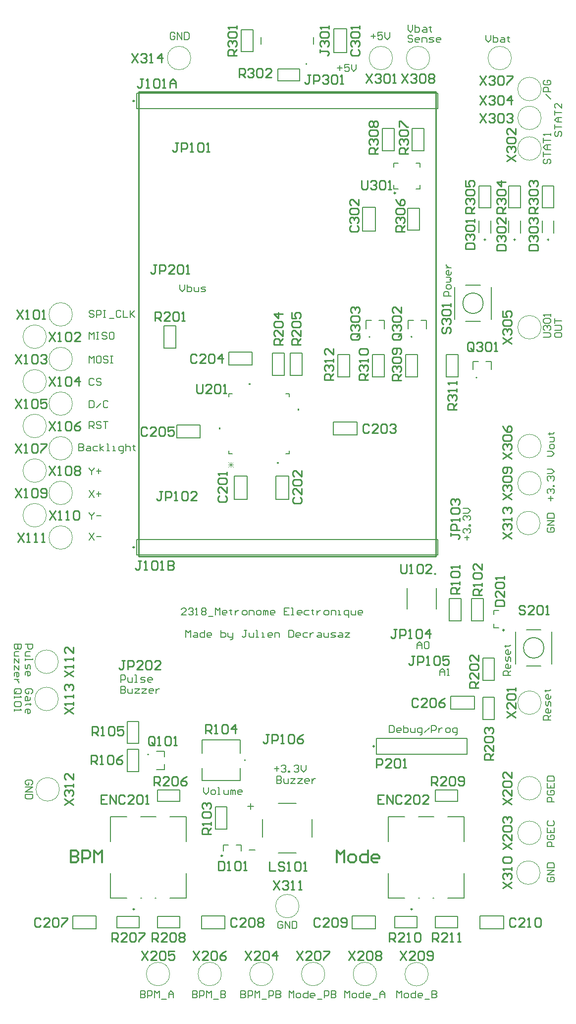
<source format=gbr>
%TF.GenerationSoftware,Altium Limited,Altium Designer,23.6.0 (18)*%
G04 Layer_Color=65535*
%FSLAX43Y43*%
%MOMM*%
%TF.SameCoordinates,407812E0-2FFD-4E57-8D94-CFCBE61D5419*%
%TF.FilePolarity,Positive*%
%TF.FileFunction,Legend,Top*%
%TF.Part,Single*%
G01*
G75*
%TA.AperFunction,NonConductor*%
%ADD63C,0.125*%
%ADD64C,0.250*%
%ADD65C,0.127*%
%ADD66C,0.200*%
%ADD67C,0.152*%
%ADD68C,0.254*%
%ADD69C,0.076*%
%ADD70C,0.300*%
G36*
X36068Y98465D02*
Y98084D01*
X35814D01*
Y98465D01*
X36068D01*
D02*
G37*
G36*
X40882Y105679D02*
Y105933D01*
X41263D01*
Y105679D01*
X40882D01*
D02*
G37*
G36*
X45682Y92471D02*
Y92217D01*
X46063D01*
Y92471D01*
X45682D01*
D02*
G37*
G36*
X49276Y101665D02*
Y101284D01*
X49530D01*
Y101665D01*
X49276D01*
D02*
G37*
D63*
X90900Y88900D02*
G03*
X90900Y88900I-2000J0D01*
G01*
X31000Y161500D02*
G03*
X31000Y161500I-2000J0D01*
G01*
X90710Y82105D02*
G03*
X90710Y82105I-2000J0D01*
G01*
X8540Y36640D02*
G03*
X8540Y36640I-2000J0D01*
G01*
X49500Y16700D02*
G03*
X49500Y16700I-2000J0D01*
G01*
X90710Y22415D02*
G03*
X90710Y22415I-2000J0D01*
G01*
X10763Y79629D02*
G03*
X10763Y79629I-2000J0D01*
G01*
X6318Y83439D02*
G03*
X6318Y83439I-2000J0D01*
G01*
X10763Y87249D02*
G03*
X10763Y87249I-2000J0D01*
G01*
X6318Y91059D02*
G03*
X6318Y91059I-2000J0D01*
G01*
X10763Y94869D02*
G03*
X10763Y94869I-2000J0D01*
G01*
X6318Y98679D02*
G03*
X6318Y98679I-2000J0D01*
G01*
X10763Y102489D02*
G03*
X10763Y102489I-2000J0D01*
G01*
X6318Y106299D02*
G03*
X6318Y106299I-2000J0D01*
G01*
X10763Y110109D02*
G03*
X10763Y110109I-2000J0D01*
G01*
X6318Y113919D02*
G03*
X6318Y113919I-2000J0D01*
G01*
X10763Y117729D02*
G03*
X10763Y117729I-2000J0D01*
G01*
X45080Y5105D02*
G03*
X45080Y5105I-2000J0D01*
G01*
X71600Y5080D02*
G03*
X71600Y5080I-2000J0D01*
G01*
X62760Y5105D02*
G03*
X62760Y5105I-2000J0D01*
G01*
X53920D02*
G03*
X53920Y5105I-2000J0D01*
G01*
X36240D02*
G03*
X36240Y5105I-2000J0D01*
G01*
X27400D02*
G03*
X27400Y5105I-2000J0D01*
G01*
X90900Y29210D02*
G03*
X90900Y29210I-2000J0D01*
G01*
Y36830D02*
G03*
X90900Y36830I-2000J0D01*
G01*
Y51435D02*
G03*
X90900Y51435I-2000J0D01*
G01*
X8350Y52070D02*
G03*
X8350Y52070I-2000J0D01*
G01*
Y58420D02*
G03*
X8350Y58420I-2000J0D01*
G01*
X65500Y161500D02*
G03*
X65500Y161500I-2000J0D01*
G01*
X90900Y146050D02*
G03*
X90900Y146050I-2000J0D01*
G01*
Y151275D02*
G03*
X90900Y151275I-2000J0D01*
G01*
Y156210D02*
G03*
X90900Y156210I-2000J0D01*
G01*
Y115532D02*
G03*
X90900Y115532I-2000J0D01*
G01*
Y95250D02*
G03*
X90900Y95250I-2000J0D01*
G01*
X85820Y161500D02*
G03*
X85820Y161500I-2000J0D01*
G01*
X71850D02*
G03*
X71850Y161500I-2000J0D01*
G01*
D64*
X21363Y154178D02*
G03*
X21363Y154178I-125J0D01*
G01*
Y77978D02*
G03*
X21363Y77978I-125J0D01*
G01*
X62405Y44000D02*
G03*
X62405Y44000I-125J0D01*
G01*
X65995Y138460D02*
G03*
X65995Y138460I-125J0D01*
G01*
X68875Y16175D02*
G03*
X68875Y16175I-125J0D01*
G01*
X21375D02*
G03*
X21375Y16175I-125J0D01*
G01*
X84580Y63820D02*
G03*
X84580Y63820I-125J0D01*
G01*
X36425Y25316D02*
G03*
X36425Y25316I-125J0D01*
G01*
D65*
X80998Y119634D02*
G03*
X80998Y119634I-1750J0D01*
G01*
X91376Y60795D02*
G03*
X91376Y60795I-1750J0D01*
G01*
X41000Y26250D02*
X42000D01*
X41250Y33250D02*
Y34250D01*
X40750Y33750D02*
X41750D01*
X43250Y28500D02*
Y31500D01*
X46000Y25750D02*
X49000D01*
X51750Y28500D02*
Y31500D01*
X46000Y34250D02*
X49000D01*
X78008Y116534D02*
X80488D01*
X82348Y116844D02*
Y122424D01*
X76148Y116844D02*
Y122424D01*
X78008Y122734D02*
X80488D01*
X81458Y109710D02*
X82398D01*
X79278D02*
X80218D01*
X82398Y108310D02*
Y109710D01*
X79278Y108310D02*
Y109710D01*
X88386Y63895D02*
X90866D01*
X86526Y58005D02*
Y63585D01*
X92726Y58005D02*
Y63585D01*
X88386Y57695D02*
X90866D01*
X72985Y67450D02*
Y70980D01*
X67985Y67450D02*
Y70980D01*
X32895Y45125D02*
X39495D01*
X32895Y42830D02*
Y45115D01*
Y38125D02*
Y40290D01*
Y38125D02*
X39495D01*
Y40290D01*
Y42830D02*
Y45115D01*
X68162Y115295D02*
Y116695D01*
X71282Y115295D02*
Y116695D01*
X68162D02*
X69102D01*
X70342D02*
X71282D01*
X60990Y115295D02*
Y116695D01*
X64110Y115295D02*
Y116695D01*
X60990D02*
X61930D01*
X63170D02*
X64110D01*
X25125Y43155D02*
X26525D01*
X25125Y40035D02*
X26525D01*
Y42215D02*
Y43155D01*
Y40035D02*
Y40975D01*
D66*
X79938Y106910D02*
G03*
X79938Y106910I-100J0D01*
G01*
X72860Y73405D02*
G03*
X72860Y73405I-100J0D01*
G01*
X40359Y41595D02*
G03*
X40359Y41595I-100J0D01*
G01*
X68822Y113895D02*
G03*
X68822Y113895I-100J0D01*
G01*
X61650D02*
G03*
X61650Y113895I-100J0D01*
G01*
X23825Y42595D02*
G03*
X23825Y42595I-100J0D01*
G01*
X50850Y160500D02*
G03*
X50850Y160500I-100J0D01*
G01*
X80915Y55266D02*
X82915D01*
Y59066D01*
X80915D02*
X82915D01*
X80915Y55266D02*
Y59066D01*
X21723Y155528D02*
X73273D01*
Y152828D02*
Y155528D01*
X21723Y152828D02*
X73273D01*
X21723D02*
Y155528D01*
Y79328D02*
X73273D01*
Y76628D02*
Y79328D01*
X21723Y76628D02*
X73273D01*
X21723D02*
Y79328D01*
X78270Y42655D02*
Y45345D01*
X62730D02*
X78270D01*
X62730Y42655D02*
Y45345D01*
Y42655D02*
X78270D01*
X65720Y142860D02*
Y143560D01*
X66420D01*
X70170Y142860D02*
Y143560D01*
X69470D02*
X70170D01*
Y139110D02*
Y139810D01*
X69470Y139110D02*
X70170D01*
X65720D02*
Y139810D01*
Y139110D02*
X66420D01*
X32830Y12870D02*
X36830D01*
Y15070D01*
X32830Y12870D02*
Y15070D01*
X36830D01*
X48022Y107320D02*
X50022D01*
Y111120D01*
X48022D02*
X50022D01*
X48022Y107320D02*
Y111120D01*
X44974Y107320D02*
X46974D01*
Y111120D01*
X44974D02*
X46974D01*
X44974Y107320D02*
Y111120D01*
X37465Y111276D02*
X41465D01*
X37465Y109076D02*
Y111276D01*
X41465Y109076D02*
Y111276D01*
X37465Y109076D02*
X41465D01*
X45850Y157623D02*
Y159623D01*
Y157623D02*
X49650D01*
Y159623D01*
X45850D02*
X49650D01*
X72850Y12970D02*
X76650D01*
X72850D02*
Y14970D01*
X76650D01*
Y12970D02*
Y14970D01*
X65850D02*
X69650D01*
Y12970D02*
Y14970D01*
X65850Y12970D02*
X69650D01*
X65850D02*
Y14970D01*
X25350Y12970D02*
X29150D01*
X25350D02*
Y14970D01*
X29150D01*
Y12970D02*
Y14970D01*
X18350D02*
X22150D01*
Y12970D02*
Y14970D01*
X18350Y12970D02*
X22150D01*
X18350D02*
Y14970D01*
X72850Y34560D02*
X76650D01*
X72850D02*
Y36560D01*
X76650D01*
Y34560D02*
Y36560D01*
X64800Y31950D02*
X67600D01*
X69900D02*
X72600D01*
X74900D02*
X77700D01*
Y18050D02*
Y22275D01*
Y27725D02*
Y31950D01*
X64800Y18050D02*
X67600D01*
X69900D02*
X70100D01*
X72400D02*
X72600D01*
X74900D02*
X77700D01*
X64800D02*
Y22275D01*
Y27725D02*
Y31950D01*
X17300D02*
X20100D01*
X22400D02*
X25100D01*
X27400D02*
X30200D01*
Y18050D02*
Y22275D01*
Y27725D02*
Y31950D01*
X17300Y18050D02*
X20100D01*
X22400D02*
X22600D01*
X24900D02*
X25100D01*
X27400D02*
X30200D01*
X17300D02*
Y22275D01*
Y27725D02*
Y31950D01*
X25350Y34560D02*
X29150D01*
X25350D02*
Y36560D01*
X29150D01*
Y34560D02*
Y36560D01*
X80455Y15070D02*
X84455D01*
X80455Y12870D02*
Y15070D01*
X84455Y12870D02*
Y15070D01*
X80455Y12870D02*
X84455D01*
X58547D02*
X62547D01*
Y15070D01*
X58547Y12870D02*
Y15070D01*
X62547D01*
X10795Y12870D02*
X14795D01*
Y15070D01*
X10795Y12870D02*
Y15070D01*
X14795D01*
X28592Y96690D02*
X32592D01*
Y98890D01*
X28592Y96690D02*
Y98890D01*
X32592D01*
X55404Y99375D02*
X59404D01*
X55404Y97175D02*
Y99375D01*
X59404Y97175D02*
Y99375D01*
X55404Y97175D02*
X59404D01*
X47709Y86170D02*
Y90170D01*
X45509D02*
X47709D01*
X45509Y86170D02*
X47709D01*
X45509D02*
Y90170D01*
X40649Y86170D02*
Y90170D01*
X38449D02*
X40649D01*
X38449Y86170D02*
X40649D01*
X38449D02*
Y90170D01*
X75470Y50335D02*
X79470D01*
Y52535D01*
X75470Y50335D02*
Y52535D01*
X79470D01*
X82805Y66520D02*
Y67180D01*
X83620D01*
X82805Y64260D02*
Y64920D01*
Y64260D02*
X83620D01*
X80915Y48535D02*
Y52335D01*
X82915D01*
Y48535D02*
Y52335D01*
X80915Y48535D02*
X82915D01*
X81010Y65445D02*
Y69245D01*
X79010Y65445D02*
X81010D01*
X79010D02*
Y69245D01*
X81010D01*
X77200Y65445D02*
Y69245D01*
X75200Y65445D02*
X77200D01*
X75200D02*
Y69245D01*
X77200D01*
X38800Y27116D02*
X39600D01*
Y26116D02*
Y27116D01*
X36600D02*
X37400D01*
X36600Y26116D02*
Y27116D01*
X37195Y29850D02*
Y33650D01*
X35195Y29850D02*
X37195D01*
X35195D02*
Y33650D01*
X37195D01*
X20110Y39645D02*
Y43445D01*
X22110D01*
Y39645D02*
Y43445D01*
X20110Y39645D02*
X22110D01*
Y44455D02*
Y48255D01*
X20110Y44455D02*
X22110D01*
X20110D02*
Y48255D01*
X22110D01*
X51970Y163850D02*
Y165100D01*
X43030Y163850D02*
Y165100D01*
X82282Y131654D02*
Y133754D01*
X80280Y131665D02*
Y133765D01*
X81130Y130515D02*
X81430D01*
X81280Y130365D02*
Y130665D01*
X87362Y131654D02*
Y133754D01*
X85360Y131665D02*
Y133765D01*
X86210Y130515D02*
X86510D01*
X86360Y130365D02*
Y130665D01*
X93077Y131654D02*
Y133754D01*
X91075Y131665D02*
Y133765D01*
X91925Y130515D02*
X92225D01*
X92075Y130365D02*
Y130665D01*
X26432Y112003D02*
Y115803D01*
X28432D01*
Y112003D02*
Y115803D01*
X26432Y112003D02*
X28432D01*
X41640Y162565D02*
Y166365D01*
X39640Y162565D02*
X41640D01*
X39640D02*
Y166365D01*
X41640D01*
X93075Y135895D02*
Y139695D01*
X91075Y135895D02*
X93075D01*
X91075D02*
Y139695D01*
X93075D01*
X87360Y135895D02*
Y139695D01*
X85360Y135895D02*
X87360D01*
X85360D02*
Y139695D01*
X87360D01*
X82280Y135895D02*
Y139695D01*
X80280Y135895D02*
X82280D01*
X80280D02*
Y139695D01*
X82280D01*
X68090Y132085D02*
Y135885D01*
X70090D01*
Y132085D02*
Y135885D01*
X68090Y132085D02*
X70090D01*
X68850Y145690D02*
Y149490D01*
X70850D01*
Y145690D02*
Y149490D01*
X68850Y145690D02*
X70850D01*
X65770D02*
Y149490D01*
X63770Y145690D02*
X65770D01*
X63770D02*
Y149490D01*
X65770D01*
X67772Y107050D02*
Y110850D01*
X69772D01*
Y107050D02*
Y110850D01*
X67772Y107050D02*
X69772D01*
X62057D02*
Y110850D01*
X64057D01*
Y107050D02*
Y110850D01*
X62057Y107050D02*
X64057D01*
X74692Y107050D02*
Y110850D01*
X76692D01*
Y107050D02*
Y110850D01*
X74692Y107050D02*
X76692D01*
X58150Y107050D02*
Y110850D01*
X56150Y107050D02*
X58150D01*
X56150D02*
Y110850D01*
X58150D01*
X55415Y162465D02*
Y166465D01*
Y162465D02*
X57615D01*
X55415Y166465D02*
X57615D01*
Y162465D02*
Y166465D01*
X62570Y131985D02*
Y135985D01*
X60370D02*
X62570D01*
X60370Y131985D02*
X62570D01*
X60370D02*
Y135985D01*
X69710Y60652D02*
Y61452D01*
X70110Y61852D01*
X70510Y61452D01*
Y60652D01*
Y61252D01*
X69710D01*
X70910Y61652D02*
X71110Y61852D01*
X71509D01*
X71709Y61652D01*
Y60852D01*
X71509Y60652D01*
X71110D01*
X70910Y60852D01*
Y61652D01*
X92145Y21650D02*
X91945Y21450D01*
Y21050D01*
X92145Y20850D01*
X92945D01*
X93145Y21050D01*
Y21450D01*
X92945Y21650D01*
X92545D01*
Y21250D01*
X93145Y22050D02*
X91945D01*
X93145Y22849D01*
X91945D01*
Y23249D02*
X93145D01*
Y23849D01*
X92945Y24049D01*
X92145D01*
X91945Y23849D01*
Y23249D01*
X28305Y165665D02*
X28105Y165865D01*
X27705D01*
X27505Y165665D01*
Y164865D01*
X27705Y164665D01*
X28105D01*
X28305Y164865D01*
Y165265D01*
X27905D01*
X28705Y164665D02*
Y165865D01*
X29504Y164665D01*
Y165865D01*
X29904D02*
Y164665D01*
X30504D01*
X30704Y164865D01*
Y165665D01*
X30504Y165865D01*
X29904D01*
X92145Y81340D02*
X91945Y81140D01*
Y80740D01*
X92145Y80540D01*
X92945D01*
X93145Y80740D01*
Y81140D01*
X92945Y81340D01*
X92545D01*
Y80940D01*
X93145Y81740D02*
X91945D01*
X93145Y82539D01*
X91945D01*
Y82939D02*
X93145D01*
Y83539D01*
X92945Y83739D01*
X92145D01*
X91945Y83539D01*
Y82939D01*
X3740Y37405D02*
X3940Y37605D01*
Y38005D01*
X3740Y38205D01*
X2940D01*
X2740Y38005D01*
Y37605D01*
X2940Y37405D01*
X3340D01*
Y37805D01*
X2740Y37005D02*
X3940D01*
X2740Y36206D01*
X3940D01*
Y35806D02*
X2740D01*
Y35206D01*
X2940Y35006D01*
X3740D01*
X3940Y35206D01*
Y35806D01*
X46720Y13900D02*
X46520Y14100D01*
X46120D01*
X45920Y13900D01*
Y13100D01*
X46120Y12900D01*
X46520D01*
X46720Y13100D01*
Y13500D01*
X46320D01*
X47120Y12900D02*
Y14100D01*
X47919Y12900D01*
Y14100D01*
X48319D02*
Y12900D01*
X48919D01*
X49119Y13100D01*
Y13900D01*
X48919Y14100D01*
X48319D01*
X13662Y80394D02*
X14462Y79194D01*
Y80394D02*
X13662Y79194D01*
X14862Y79794D02*
X15661D01*
X13662Y83950D02*
Y83750D01*
X14062Y83350D01*
X14462Y83750D01*
Y83950D01*
X14062Y83350D02*
Y82750D01*
X14862Y83350D02*
X15661D01*
X13662Y86484D02*
X14462Y87684D01*
Y86484D02*
X13662Y87684D01*
X14862Y87084D02*
X15661D01*
X15261Y86684D02*
Y87484D01*
X13662Y91570D02*
Y91370D01*
X14062Y90970D01*
X14462Y91370D01*
Y91570D01*
X14062Y90970D02*
Y90370D01*
X14862Y90970D02*
X15661D01*
X15261Y91370D02*
Y90570D01*
X11884Y95630D02*
Y94430D01*
X12484D01*
X12684Y94630D01*
Y94830D01*
X12484Y95030D01*
X11884D01*
X12484D01*
X12684Y95230D01*
Y95430D01*
X12484Y95630D01*
X11884D01*
X13284Y95230D02*
X13683D01*
X13883Y95030D01*
Y94430D01*
X13284D01*
X13084Y94630D01*
X13284Y94830D01*
X13883D01*
X15083Y95230D02*
X14483D01*
X14283Y95030D01*
Y94630D01*
X14483Y94430D01*
X15083D01*
X15483D02*
Y95630D01*
Y94830D02*
X16083Y95230D01*
X15483Y94830D02*
X16083Y94430D01*
X16682D02*
X17082D01*
X16882D01*
Y95630D01*
X16682D01*
X17682Y94430D02*
X18082D01*
X17882D01*
Y95230D01*
X17682D01*
X19082Y94030D02*
X19282D01*
X19482Y94230D01*
Y95230D01*
X18882D01*
X18682Y95030D01*
Y94630D01*
X18882Y94430D01*
X19482D01*
X19881Y95630D02*
Y94430D01*
Y95030D01*
X20081Y95230D01*
X20481D01*
X20681Y95030D01*
Y94430D01*
X21281Y95430D02*
Y95230D01*
X21081D01*
X21481D01*
X21281D01*
Y94630D01*
X21481Y94430D01*
X13662Y98244D02*
Y99444D01*
X14262D01*
X14462Y99244D01*
Y98844D01*
X14262Y98644D01*
X13662D01*
X14062D02*
X14462Y98244D01*
X15661Y99244D02*
X15461Y99444D01*
X15062D01*
X14862Y99244D01*
Y99044D01*
X15062Y98844D01*
X15461D01*
X15661Y98644D01*
Y98444D01*
X15461Y98244D01*
X15062D01*
X14862Y98444D01*
X16061Y99444D02*
X16861D01*
X16461D01*
Y98244D01*
X13662Y103000D02*
Y101800D01*
X14262D01*
X14462Y102000D01*
Y102800D01*
X14262Y103000D01*
X13662D01*
X14862Y101800D02*
X15661Y102600D01*
X16861Y102800D02*
X16661Y103000D01*
X16261D01*
X16061Y102800D01*
Y102000D01*
X16261Y101800D01*
X16661D01*
X16861Y102000D01*
X14462Y106610D02*
X14262Y106810D01*
X13862D01*
X13662Y106610D01*
Y105810D01*
X13862Y105610D01*
X14262D01*
X14462Y105810D01*
X15661Y106610D02*
X15461Y106810D01*
X15062D01*
X14862Y106610D01*
Y106410D01*
X15062Y106210D01*
X15461D01*
X15661Y106010D01*
Y105810D01*
X15461Y105610D01*
X15062D01*
X14862Y105810D01*
X13662Y109420D02*
Y110620D01*
X14062Y110220D01*
X14462Y110620D01*
Y109420D01*
X15461Y110620D02*
X15062D01*
X14862Y110420D01*
Y109620D01*
X15062Y109420D01*
X15461D01*
X15661Y109620D01*
Y110420D01*
X15461Y110620D01*
X16861Y110420D02*
X16661Y110620D01*
X16261D01*
X16061Y110420D01*
Y110220D01*
X16261Y110020D01*
X16661D01*
X16861Y109820D01*
Y109620D01*
X16661Y109420D01*
X16261D01*
X16061Y109620D01*
X17261Y110620D02*
X17661D01*
X17461D01*
Y109420D01*
X17261D01*
X17661D01*
X13662Y113484D02*
Y114684D01*
X14062Y114284D01*
X14462Y114684D01*
Y113484D01*
X14862Y114684D02*
X15261D01*
X15062D01*
Y113484D01*
X14862D01*
X15261D01*
X16661Y114484D02*
X16461Y114684D01*
X16061D01*
X15861Y114484D01*
Y114284D01*
X16061Y114084D01*
X16461D01*
X16661Y113884D01*
Y113684D01*
X16461Y113484D01*
X16061D01*
X15861Y113684D01*
X17661Y114684D02*
X17261D01*
X17061Y114484D01*
Y113684D01*
X17261Y113484D01*
X17661D01*
X17861Y113684D01*
Y114484D01*
X17661Y114684D01*
X14462Y118240D02*
X14262Y118440D01*
X13862D01*
X13662Y118240D01*
Y118040D01*
X13862Y117840D01*
X14262D01*
X14462Y117640D01*
Y117440D01*
X14262Y117240D01*
X13862D01*
X13662Y117440D01*
X14862Y117240D02*
Y118440D01*
X15461D01*
X15661Y118240D01*
Y117840D01*
X15461Y117640D01*
X14862D01*
X16061Y118440D02*
X16461D01*
X16261D01*
Y117240D01*
X16061D01*
X16461D01*
X17061Y117040D02*
X17861D01*
X19060Y118240D02*
X18860Y118440D01*
X18460D01*
X18261Y118240D01*
Y117440D01*
X18460Y117240D01*
X18860D01*
X19060Y117440D01*
X19460Y118440D02*
Y117240D01*
X20260D01*
X20660Y118440D02*
Y117240D01*
Y117640D01*
X21459Y118440D01*
X20860Y117840D01*
X21459Y117240D01*
X39570Y2235D02*
Y1035D01*
X40170D01*
X40370Y1235D01*
Y1435D01*
X40170Y1635D01*
X39570D01*
X40170D01*
X40370Y1835D01*
Y2035D01*
X40170Y2235D01*
X39570D01*
X40770Y1035D02*
Y2235D01*
X41369D01*
X41569Y2035D01*
Y1635D01*
X41369Y1435D01*
X40770D01*
X41969Y1035D02*
Y2235D01*
X42369Y1835D01*
X42769Y2235D01*
Y1035D01*
X43169Y835D02*
X43969D01*
X44368Y1035D02*
Y2235D01*
X44968D01*
X45168Y2035D01*
Y1635D01*
X44968Y1435D01*
X44368D01*
X45568Y2235D02*
Y1035D01*
X46168D01*
X46368Y1235D01*
Y1435D01*
X46168Y1635D01*
X45568D01*
X46168D01*
X46368Y1835D01*
Y2035D01*
X46168Y2235D01*
X45568D01*
X66240Y1035D02*
Y2235D01*
X66640Y1835D01*
X67040Y2235D01*
Y1035D01*
X67640D02*
X68039D01*
X68239Y1235D01*
Y1635D01*
X68039Y1835D01*
X67640D01*
X67440Y1635D01*
Y1235D01*
X67640Y1035D01*
X69439Y2235D02*
Y1035D01*
X68839D01*
X68639Y1235D01*
Y1635D01*
X68839Y1835D01*
X69439D01*
X70439Y1035D02*
X70039D01*
X69839Y1235D01*
Y1635D01*
X70039Y1835D01*
X70439D01*
X70639Y1635D01*
Y1435D01*
X69839D01*
X71038Y835D02*
X71838D01*
X72238Y2235D02*
Y1035D01*
X72838D01*
X73038Y1235D01*
Y1435D01*
X72838Y1635D01*
X72238D01*
X72838D01*
X73038Y1835D01*
Y2035D01*
X72838Y2235D01*
X72238D01*
X57350Y1035D02*
Y2235D01*
X57750Y1835D01*
X58150Y2235D01*
Y1035D01*
X58750D02*
X59149D01*
X59349Y1235D01*
Y1635D01*
X59149Y1835D01*
X58750D01*
X58550Y1635D01*
Y1235D01*
X58750Y1035D01*
X60549Y2235D02*
Y1035D01*
X59949D01*
X59749Y1235D01*
Y1635D01*
X59949Y1835D01*
X60549D01*
X61549Y1035D02*
X61149D01*
X60949Y1235D01*
Y1635D01*
X61149Y1835D01*
X61549D01*
X61749Y1635D01*
Y1435D01*
X60949D01*
X62148Y835D02*
X62948D01*
X63348Y1035D02*
Y1835D01*
X63748Y2235D01*
X64148Y1835D01*
Y1035D01*
Y1635D01*
X63348D01*
X47825Y1035D02*
Y2235D01*
X48225Y1835D01*
X48625Y2235D01*
Y1035D01*
X49225D02*
X49624D01*
X49824Y1235D01*
Y1635D01*
X49624Y1835D01*
X49225D01*
X49025Y1635D01*
Y1235D01*
X49225Y1035D01*
X51024Y2235D02*
Y1035D01*
X50424D01*
X50224Y1235D01*
Y1635D01*
X50424Y1835D01*
X51024D01*
X52024Y1035D02*
X51624D01*
X51424Y1235D01*
Y1635D01*
X51624Y1835D01*
X52024D01*
X52224Y1635D01*
Y1435D01*
X51424D01*
X52623Y835D02*
X53423D01*
X53823Y1035D02*
Y2235D01*
X54423D01*
X54623Y2035D01*
Y1635D01*
X54423Y1435D01*
X53823D01*
X55023Y2235D02*
Y1035D01*
X55622D01*
X55822Y1235D01*
Y1435D01*
X55622Y1635D01*
X55023D01*
X55622D01*
X55822Y1835D01*
Y2035D01*
X55622Y2235D01*
X55023D01*
X31315D02*
Y1035D01*
X31915D01*
X32115Y1235D01*
Y1435D01*
X31915Y1635D01*
X31315D01*
X31915D01*
X32115Y1835D01*
Y2035D01*
X31915Y2235D01*
X31315D01*
X32515Y1035D02*
Y2235D01*
X33114D01*
X33314Y2035D01*
Y1635D01*
X33114Y1435D01*
X32515D01*
X33714Y1035D02*
Y2235D01*
X34114Y1835D01*
X34514Y2235D01*
Y1035D01*
X34914Y835D02*
X35714D01*
X36113Y2235D02*
Y1035D01*
X36713D01*
X36913Y1235D01*
Y1435D01*
X36713Y1635D01*
X36113D01*
X36713D01*
X36913Y1835D01*
Y2035D01*
X36713Y2235D01*
X36113D01*
X22425D02*
Y1035D01*
X23025D01*
X23225Y1235D01*
Y1435D01*
X23025Y1635D01*
X22425D01*
X23025D01*
X23225Y1835D01*
Y2035D01*
X23025Y2235D01*
X22425D01*
X23625Y1035D02*
Y2235D01*
X24224D01*
X24424Y2035D01*
Y1635D01*
X24224Y1435D01*
X23625D01*
X24824Y1035D02*
Y2235D01*
X25224Y1835D01*
X25624Y2235D01*
Y1035D01*
X26024Y835D02*
X26824D01*
X27223Y1035D02*
Y1835D01*
X27623Y2235D01*
X28023Y1835D01*
Y1035D01*
Y1635D01*
X27223D01*
X93145Y34490D02*
X91945D01*
Y35090D01*
X92145Y35290D01*
X92545D01*
X92745Y35090D01*
Y34490D01*
X92145Y36489D02*
X91945Y36289D01*
Y35890D01*
X92145Y35690D01*
X92945D01*
X93145Y35890D01*
Y36289D01*
X92945Y36489D01*
X92545D01*
Y36089D01*
X91945Y37689D02*
Y36889D01*
X93145D01*
Y37689D01*
X92545Y36889D02*
Y37289D01*
X91945Y38089D02*
X93145D01*
Y38689D01*
X92945Y38889D01*
X92145D01*
X91945Y38689D01*
Y38089D01*
X93145Y26870D02*
X91945D01*
Y27470D01*
X92145Y27670D01*
X92545D01*
X92745Y27470D01*
Y26870D01*
X92145Y28869D02*
X91945Y28669D01*
Y28270D01*
X92145Y28070D01*
X92945D01*
X93145Y28270D01*
Y28669D01*
X92945Y28869D01*
X92545D01*
Y28469D01*
X91945Y30069D02*
Y29269D01*
X93145D01*
Y30069D01*
X92545Y29269D02*
Y29669D01*
X92145Y31269D02*
X91945Y31069D01*
Y30669D01*
X92145Y30469D01*
X92945D01*
X93145Y30669D01*
Y31069D01*
X92945Y31269D01*
X92510Y48460D02*
X91310D01*
Y49060D01*
X91510Y49260D01*
X91910D01*
X92110Y49060D01*
Y48460D01*
Y48860D02*
X92510Y49260D01*
Y50259D02*
Y49860D01*
X92310Y49660D01*
X91910D01*
X91710Y49860D01*
Y50259D01*
X91910Y50459D01*
X92110D01*
Y49660D01*
X92510Y50859D02*
Y51459D01*
X92310Y51659D01*
X92110Y51459D01*
Y51059D01*
X91910Y50859D01*
X91710Y51059D01*
Y51659D01*
X92510Y52659D02*
Y52259D01*
X92310Y52059D01*
X91910D01*
X91710Y52259D01*
Y52659D01*
X91910Y52859D01*
X92110D01*
Y52059D01*
X91510Y53458D02*
X91710D01*
Y53258D01*
Y53658D01*
Y53458D01*
X92310D01*
X92510Y53658D01*
X75492Y120850D02*
X74292D01*
Y121450D01*
X74492Y121650D01*
X74892D01*
X75092Y121450D01*
Y120850D01*
X75492Y122250D02*
Y122649D01*
X75292Y122849D01*
X74892D01*
X74692Y122649D01*
Y122250D01*
X74892Y122050D01*
X75292D01*
X75492Y122250D01*
X74692Y123249D02*
X75292D01*
X75492Y123449D01*
X75292Y123649D01*
X75492Y123849D01*
X75292Y124049D01*
X74692D01*
X75492Y125049D02*
Y124649D01*
X75292Y124449D01*
X74892D01*
X74692Y124649D01*
Y125049D01*
X74892Y125249D01*
X75092D01*
Y124449D01*
X74692Y125648D02*
X75492D01*
X75092D01*
X74892Y125848D01*
X74692Y126048D01*
Y126248D01*
X85652Y56080D02*
X84452D01*
Y56680D01*
X84652Y56880D01*
X85052D01*
X85252Y56680D01*
Y56080D01*
Y56480D02*
X85652Y56880D01*
Y57879D02*
Y57480D01*
X85452Y57280D01*
X85052D01*
X84852Y57480D01*
Y57879D01*
X85052Y58079D01*
X85252D01*
Y57280D01*
X85652Y58479D02*
Y59079D01*
X85452Y59279D01*
X85252Y59079D01*
Y58679D01*
X85052Y58479D01*
X84852Y58679D01*
Y59279D01*
X85652Y60279D02*
Y59879D01*
X85452Y59679D01*
X85052D01*
X84852Y59879D01*
Y60279D01*
X85052Y60479D01*
X85252D01*
Y59679D01*
X84652Y61078D02*
X84852D01*
Y60878D01*
Y61278D01*
Y61078D01*
X85452D01*
X85652Y61278D01*
X78194Y79194D02*
Y79994D01*
X77794Y79594D02*
X78594D01*
X77794Y80394D02*
X77594Y80594D01*
Y80993D01*
X77794Y81193D01*
X77994D01*
X78194Y80993D01*
Y80793D01*
Y80993D01*
X78394Y81193D01*
X78594D01*
X78794Y80993D01*
Y80594D01*
X78594Y80394D01*
X78794Y81593D02*
X78594D01*
Y81793D01*
X78794D01*
Y81593D01*
X77794Y82593D02*
X77594Y82793D01*
Y83193D01*
X77794Y83393D01*
X77994D01*
X78194Y83193D01*
Y82993D01*
Y83193D01*
X78394Y83393D01*
X78594D01*
X78794Y83193D01*
Y82793D01*
X78594Y82593D01*
X77594Y83793D02*
X78394D01*
X78794Y84192D01*
X78394Y84592D01*
X77594D01*
X45691Y38865D02*
Y37665D01*
X46290D01*
X46490Y37865D01*
Y38065D01*
X46290Y38265D01*
X45691D01*
X46290D01*
X46490Y38465D01*
Y38665D01*
X46290Y38865D01*
X45691D01*
X46890Y38465D02*
Y37865D01*
X47090Y37665D01*
X47690D01*
Y38465D01*
X48090D02*
X48890D01*
X48090Y37665D01*
X48890D01*
X49289Y38465D02*
X50089D01*
X49289Y37665D01*
X50089D01*
X51089D02*
X50689D01*
X50489Y37865D01*
Y38265D01*
X50689Y38465D01*
X51089D01*
X51289Y38265D01*
Y38065D01*
X50489D01*
X51689Y38465D02*
Y37665D01*
Y38065D01*
X51889Y38265D01*
X52088Y38465D01*
X52288D01*
X45285Y40170D02*
X46085D01*
X45685Y40570D02*
Y39770D01*
X46485Y40570D02*
X46685Y40770D01*
X47084D01*
X47284Y40570D01*
Y40370D01*
X47084Y40170D01*
X46884D01*
X47084D01*
X47284Y39970D01*
Y39770D01*
X47084Y39570D01*
X46685D01*
X46485Y39770D01*
X47684Y39570D02*
Y39770D01*
X47884D01*
Y39570D01*
X47684D01*
X48684Y40570D02*
X48884Y40770D01*
X49284D01*
X49484Y40570D01*
Y40370D01*
X49284Y40170D01*
X49084D01*
X49284D01*
X49484Y39970D01*
Y39770D01*
X49284Y39570D01*
X48884D01*
X48684Y39770D01*
X49884Y40770D02*
Y39970D01*
X50283Y39570D01*
X50683Y39970D01*
Y40770D01*
X56080Y159804D02*
X56880D01*
X56480Y160204D02*
Y159404D01*
X58079Y160404D02*
X57280D01*
Y159804D01*
X57679Y160004D01*
X57879D01*
X58079Y159804D01*
Y159404D01*
X57879Y159204D01*
X57480D01*
X57280Y159404D01*
X58479Y160404D02*
Y159604D01*
X58879Y159204D01*
X59279Y159604D01*
Y160404D01*
X19037Y54937D02*
Y56137D01*
X19637D01*
X19837Y55937D01*
Y55537D01*
X19637Y55337D01*
X19037D01*
X20237Y55737D02*
Y55137D01*
X20437Y54937D01*
X21036D01*
Y55737D01*
X21436Y54937D02*
X21836D01*
X21636D01*
Y56137D01*
X21436D01*
X22436Y54937D02*
X23036D01*
X23236Y55137D01*
X23036Y55337D01*
X22636D01*
X22436Y55537D01*
X22636Y55737D01*
X23236D01*
X24235Y54937D02*
X23835D01*
X23636Y55137D01*
Y55537D01*
X23835Y55737D01*
X24235D01*
X24435Y55537D01*
Y55337D01*
X23636D01*
X19037Y54232D02*
Y53032D01*
X19637D01*
X19837Y53232D01*
Y53432D01*
X19637Y53632D01*
X19037D01*
X19637D01*
X19837Y53832D01*
Y54032D01*
X19637Y54232D01*
X19037D01*
X20237Y53832D02*
Y53232D01*
X20437Y53032D01*
X21036D01*
Y53832D01*
X21436D02*
X22236D01*
X21436Y53032D01*
X22236D01*
X22636Y53832D02*
X23436D01*
X22636Y53032D01*
X23436D01*
X24435D02*
X24035D01*
X23835Y53232D01*
Y53632D01*
X24035Y53832D01*
X24435D01*
X24635Y53632D01*
Y53432D01*
X23835D01*
X25035Y53832D02*
Y53032D01*
Y53432D01*
X25235Y53632D01*
X25435Y53832D01*
X25635D01*
X29156Y122812D02*
Y122012D01*
X29556Y121612D01*
X29956Y122012D01*
Y122812D01*
X30356D02*
Y121612D01*
X30955D01*
X31155Y121812D01*
Y122012D01*
Y122212D01*
X30955Y122412D01*
X30356D01*
X31555D02*
Y121812D01*
X31755Y121612D01*
X32355D01*
Y122412D01*
X32755Y121612D02*
X33355D01*
X33555Y121812D01*
X33355Y122012D01*
X32955D01*
X32755Y122212D01*
X32955Y122412D01*
X33555D01*
X73606Y56080D02*
Y56880D01*
X74006Y57280D01*
X74406Y56880D01*
Y56080D01*
Y56680D01*
X73606D01*
X74806Y56080D02*
X75205D01*
X75006D01*
Y57280D01*
X74806Y57080D01*
X64970Y47519D02*
Y46320D01*
X65570D01*
X65770Y46520D01*
Y47320D01*
X65570Y47519D01*
X64970D01*
X66769Y46320D02*
X66370D01*
X66170Y46520D01*
Y46920D01*
X66370Y47120D01*
X66769D01*
X66969Y46920D01*
Y46720D01*
X66170D01*
X67369Y47519D02*
Y46320D01*
X67969D01*
X68169Y46520D01*
Y46720D01*
Y46920D01*
X67969Y47120D01*
X67369D01*
X68569D02*
Y46520D01*
X68769Y46320D01*
X69369D01*
Y47120D01*
X70168Y45920D02*
X70368D01*
X70568Y46120D01*
Y47120D01*
X69968D01*
X69768Y46920D01*
Y46520D01*
X69968Y46320D01*
X70568D01*
X70968D02*
X71768Y47120D01*
X72168Y46320D02*
Y47519D01*
X72767D01*
X72967Y47320D01*
Y46920D01*
X72767Y46720D01*
X72168D01*
X73367Y47120D02*
Y46320D01*
Y46720D01*
X73567Y46920D01*
X73767Y47120D01*
X73967D01*
X74767Y46320D02*
X75167D01*
X75367Y46520D01*
Y46920D01*
X75167Y47120D01*
X74767D01*
X74567Y46920D01*
Y46520D01*
X74767Y46320D01*
X76166Y45920D02*
X76366D01*
X76566Y46120D01*
Y47120D01*
X75966D01*
X75767Y46920D01*
Y46520D01*
X75966Y46320D01*
X76566D01*
X33220Y36960D02*
Y36160D01*
X33620Y35760D01*
X34020Y36160D01*
Y36960D01*
X34620Y35760D02*
X35019D01*
X35219Y35960D01*
Y36360D01*
X35019Y36560D01*
X34620D01*
X34420Y36360D01*
Y35960D01*
X34620Y35760D01*
X35619D02*
X36019D01*
X35819D01*
Y36960D01*
X35619D01*
X36619Y36560D02*
Y35960D01*
X36819Y35760D01*
X37419D01*
Y36560D01*
X37819Y35760D02*
Y36560D01*
X38018D01*
X38218Y36360D01*
Y35760D01*
Y36360D01*
X38418Y36560D01*
X38618Y36360D01*
Y35760D01*
X39618D02*
X39218D01*
X39018Y35960D01*
Y36360D01*
X39218Y36560D01*
X39618D01*
X39818Y36360D01*
Y36160D01*
X39018D01*
X2035Y61395D02*
X835D01*
Y60795D01*
X1035Y60595D01*
X1235D01*
X1435Y60795D01*
Y61395D01*
Y60795D01*
X1635Y60595D01*
X1835D01*
X2035Y60795D01*
Y61395D01*
X1635Y60195D02*
X1035D01*
X835Y59995D01*
Y59396D01*
X1635D01*
Y58996D02*
Y58196D01*
X835Y58996D01*
Y58196D01*
X1635Y57796D02*
Y56996D01*
X835Y57796D01*
Y56996D01*
Y55997D02*
Y56397D01*
X1035Y56597D01*
X1435D01*
X1635Y56397D01*
Y55997D01*
X1435Y55797D01*
X1235D01*
Y56597D01*
X1635Y55397D02*
X835D01*
X1235D01*
X1435Y55197D01*
X1635Y54997D01*
Y54797D01*
X2740Y61395D02*
X3940D01*
Y60795D01*
X3740Y60595D01*
X3340D01*
X3140Y60795D01*
Y61395D01*
X3540Y60195D02*
X2940D01*
X2740Y59995D01*
Y59396D01*
X3540D01*
X2740Y58996D02*
Y58596D01*
Y58796D01*
X3940D01*
Y58996D01*
X2740Y57996D02*
Y57396D01*
X2940Y57196D01*
X3140Y57396D01*
Y57796D01*
X3340Y57996D01*
X3540Y57796D01*
Y57196D01*
X2740Y56197D02*
Y56597D01*
X2940Y56796D01*
X3340D01*
X3540Y56597D01*
Y56197D01*
X3340Y55997D01*
X3140D01*
Y56796D01*
X1035Y52975D02*
X1835D01*
X2035Y53175D01*
Y53575D01*
X1835Y53775D01*
X1035D01*
X835Y53575D01*
Y53175D01*
X1235Y53375D02*
X835Y52975D01*
Y53175D02*
X1035Y52975D01*
X835Y52575D02*
Y52176D01*
Y52375D01*
X2035D01*
X1835Y52575D01*
Y51576D02*
X2035Y51376D01*
Y50976D01*
X1835Y50776D01*
X1035D01*
X835Y50976D01*
Y51376D01*
X1035Y51576D01*
X1835D01*
X835Y50376D02*
Y49976D01*
Y50176D01*
X2035D01*
X1835Y50376D01*
X3740Y52975D02*
X3940Y53175D01*
Y53575D01*
X3740Y53775D01*
X2940D01*
X2740Y53575D01*
Y53175D01*
X2940Y52975D01*
X3340D01*
Y53375D01*
X3540Y52375D02*
Y51976D01*
X3340Y51776D01*
X2740D01*
Y52375D01*
X2940Y52575D01*
X3140Y52375D01*
Y51776D01*
X3740Y51176D02*
X3540D01*
Y51376D01*
Y50976D01*
Y51176D01*
X2940D01*
X2740Y50976D01*
Y49776D02*
Y50176D01*
X2940Y50376D01*
X3340D01*
X3540Y50176D01*
Y49776D01*
X3340Y49576D01*
X3140D01*
Y50376D01*
X30172Y62576D02*
Y63775D01*
X30572Y63376D01*
X30972Y63775D01*
Y62576D01*
X31572Y63376D02*
X31971D01*
X32171Y63176D01*
Y62576D01*
X31572D01*
X31372Y62776D01*
X31572Y62976D01*
X32171D01*
X33371Y63775D02*
Y62576D01*
X32771D01*
X32571Y62776D01*
Y63176D01*
X32771Y63376D01*
X33371D01*
X34371Y62576D02*
X33971D01*
X33771Y62776D01*
Y63176D01*
X33971Y63376D01*
X34371D01*
X34571Y63176D01*
Y62976D01*
X33771D01*
X36170Y63775D02*
Y62576D01*
X36770D01*
X36970Y62776D01*
Y62976D01*
Y63176D01*
X36770Y63376D01*
X36170D01*
X37370D02*
Y62776D01*
X37570Y62576D01*
X38169D01*
Y62376D01*
X37969Y62176D01*
X37770D01*
X38169Y62576D02*
Y63376D01*
X40569Y63775D02*
X40169D01*
X40369D01*
Y62776D01*
X40169Y62576D01*
X39969D01*
X39769Y62776D01*
X40968Y63376D02*
Y62776D01*
X41168Y62576D01*
X41768D01*
Y63376D01*
X42168Y62576D02*
X42568D01*
X42368D01*
Y63775D01*
X42168D01*
X43168Y62576D02*
X43568D01*
X43368D01*
Y63376D01*
X43168D01*
X44767Y62576D02*
X44367D01*
X44167Y62776D01*
Y63176D01*
X44367Y63376D01*
X44767D01*
X44967Y63176D01*
Y62976D01*
X44167D01*
X45367Y62576D02*
Y63376D01*
X45967D01*
X46167Y63176D01*
Y62576D01*
X47766Y63775D02*
Y62576D01*
X48366D01*
X48566Y62776D01*
Y63576D01*
X48366Y63775D01*
X47766D01*
X49566Y62576D02*
X49166D01*
X48966Y62776D01*
Y63176D01*
X49166Y63376D01*
X49566D01*
X49766Y63176D01*
Y62976D01*
X48966D01*
X50965Y63376D02*
X50365D01*
X50166Y63176D01*
Y62776D01*
X50365Y62576D01*
X50965D01*
X51365Y63376D02*
Y62576D01*
Y62976D01*
X51565Y63176D01*
X51765Y63376D01*
X51965D01*
X52765D02*
X53165D01*
X53364Y63176D01*
Y62576D01*
X52765D01*
X52565Y62776D01*
X52765Y62976D01*
X53364D01*
X53764Y63376D02*
Y62776D01*
X53964Y62576D01*
X54564D01*
Y63376D01*
X54964Y62576D02*
X55564D01*
X55764Y62776D01*
X55564Y62976D01*
X55164D01*
X54964Y63176D01*
X55164Y63376D01*
X55764D01*
X56364D02*
X56763D01*
X56963Y63176D01*
Y62576D01*
X56364D01*
X56164Y62776D01*
X56364Y62976D01*
X56963D01*
X57363Y63376D02*
X58163D01*
X57363Y62576D01*
X58163D01*
X30210Y66386D02*
X29410D01*
X30210Y67186D01*
Y67386D01*
X30010Y67585D01*
X29610D01*
X29410Y67386D01*
X30610D02*
X30810Y67585D01*
X31209D01*
X31409Y67386D01*
Y67186D01*
X31209Y66986D01*
X31009D01*
X31209D01*
X31409Y66786D01*
Y66586D01*
X31209Y66386D01*
X30810D01*
X30610Y66586D01*
X31809Y66386D02*
X32209D01*
X32009D01*
Y67585D01*
X31809Y67386D01*
X32809D02*
X33009Y67585D01*
X33409D01*
X33609Y67386D01*
Y67186D01*
X33409Y66986D01*
X33609Y66786D01*
Y66586D01*
X33409Y66386D01*
X33009D01*
X32809Y66586D01*
Y66786D01*
X33009Y66986D01*
X32809Y67186D01*
Y67386D01*
X33009Y66986D02*
X33409D01*
X34009Y66186D02*
X34808D01*
X35208Y66386D02*
Y67585D01*
X35608Y67186D01*
X36008Y67585D01*
Y66386D01*
X37008D02*
X36608D01*
X36408Y66586D01*
Y66986D01*
X36608Y67186D01*
X37008D01*
X37207Y66986D01*
Y66786D01*
X36408D01*
X37807Y67386D02*
Y67186D01*
X37607D01*
X38007D01*
X37807D01*
Y66586D01*
X38007Y66386D01*
X38607Y67186D02*
Y66386D01*
Y66786D01*
X38807Y66986D01*
X39007Y67186D01*
X39207D01*
X40007Y66386D02*
X40406D01*
X40606Y66586D01*
Y66986D01*
X40406Y67186D01*
X40007D01*
X39807Y66986D01*
Y66586D01*
X40007Y66386D01*
X41006D02*
Y67186D01*
X41606D01*
X41806Y66986D01*
Y66386D01*
X42406D02*
X42806D01*
X43006Y66586D01*
Y66986D01*
X42806Y67186D01*
X42406D01*
X42206Y66986D01*
Y66586D01*
X42406Y66386D01*
X43405D02*
Y67186D01*
X43605D01*
X43805Y66986D01*
Y66386D01*
Y66986D01*
X44005Y67186D01*
X44205Y66986D01*
Y66386D01*
X45205D02*
X44805D01*
X44605Y66586D01*
Y66986D01*
X44805Y67186D01*
X45205D01*
X45405Y66986D01*
Y66786D01*
X44605D01*
X47804Y67585D02*
X47004D01*
Y66386D01*
X47804D01*
X47004Y66986D02*
X47404D01*
X48204Y66386D02*
X48604D01*
X48404D01*
Y67585D01*
X48204D01*
X49803Y66386D02*
X49404D01*
X49204Y66586D01*
Y66986D01*
X49404Y67186D01*
X49803D01*
X50003Y66986D01*
Y66786D01*
X49204D01*
X51203Y67186D02*
X50603D01*
X50403Y66986D01*
Y66586D01*
X50603Y66386D01*
X51203D01*
X51803Y67386D02*
Y67186D01*
X51603D01*
X52003D01*
X51803D01*
Y66586D01*
X52003Y66386D01*
X52603Y67186D02*
Y66386D01*
Y66786D01*
X52802Y66986D01*
X53002Y67186D01*
X53202D01*
X54002Y66386D02*
X54402D01*
X54602Y66586D01*
Y66986D01*
X54402Y67186D01*
X54002D01*
X53802Y66986D01*
Y66586D01*
X54002Y66386D01*
X55002D02*
Y67186D01*
X55602D01*
X55801Y66986D01*
Y66386D01*
X56201D02*
X56601D01*
X56401D01*
Y67186D01*
X56201D01*
X58001Y65986D02*
Y67186D01*
X57401D01*
X57201Y66986D01*
Y66586D01*
X57401Y66386D01*
X58001D01*
X58401Y67186D02*
Y66586D01*
X58601Y66386D01*
X59200D01*
Y67186D01*
X60200Y66386D02*
X59800D01*
X59600Y66586D01*
Y66986D01*
X59800Y67186D01*
X60200D01*
X60400Y66986D01*
Y66786D01*
X59600D01*
X92545Y85925D02*
Y86725D01*
X92145Y86325D02*
X92945D01*
X92145Y87125D02*
X91945Y87325D01*
Y87724D01*
X92145Y87924D01*
X92345D01*
X92545Y87724D01*
Y87524D01*
Y87724D01*
X92745Y87924D01*
X92945D01*
X93145Y87724D01*
Y87325D01*
X92945Y87125D01*
X93145Y88324D02*
X92945D01*
Y88524D01*
X93145D01*
Y88324D01*
X92145Y89324D02*
X91945Y89524D01*
Y89924D01*
X92145Y90124D01*
X92345D01*
X92545Y89924D01*
Y89724D01*
Y89924D01*
X92745Y90124D01*
X92945D01*
X93145Y89924D01*
Y89524D01*
X92945Y89324D01*
X91945Y90524D02*
X92745D01*
X93145Y90923D01*
X92745Y91323D01*
X91945D01*
X68945Y165200D02*
X68745Y165400D01*
X68345D01*
X68145Y165200D01*
Y165000D01*
X68345Y164800D01*
X68745D01*
X68945Y164600D01*
Y164400D01*
X68745Y164200D01*
X68345D01*
X68145Y164400D01*
X69944Y164200D02*
X69545D01*
X69345Y164400D01*
Y164800D01*
X69545Y165000D01*
X69944D01*
X70144Y164800D01*
Y164600D01*
X69345D01*
X70544Y164200D02*
Y165000D01*
X71144D01*
X71344Y164800D01*
Y164200D01*
X71744D02*
X72344D01*
X72544Y164400D01*
X72344Y164600D01*
X71944D01*
X71744Y164800D01*
X71944Y165000D01*
X72544D01*
X73543Y164200D02*
X73143D01*
X72943Y164400D01*
Y164800D01*
X73143Y165000D01*
X73543D01*
X73743Y164800D01*
Y164600D01*
X72943D01*
X61795Y165265D02*
X62595D01*
X62195Y165665D02*
Y164865D01*
X63794Y165865D02*
X62995D01*
Y165265D01*
X63394Y165465D01*
X63594D01*
X63794Y165265D01*
Y164865D01*
X63594Y164665D01*
X63195D01*
X62995Y164865D01*
X64194Y165865D02*
Y165065D01*
X64594Y164665D01*
X64994Y165065D01*
Y165865D01*
X68145Y167135D02*
Y166335D01*
X68545Y165935D01*
X68945Y166335D01*
Y167135D01*
X69345D02*
Y165935D01*
X69944D01*
X70144Y166135D01*
Y166335D01*
Y166535D01*
X69944Y166735D01*
X69345D01*
X70744D02*
X71144D01*
X71344Y166535D01*
Y165935D01*
X70744D01*
X70544Y166135D01*
X70744Y166335D01*
X71344D01*
X71944Y166935D02*
Y166735D01*
X71744D01*
X72144D01*
X71944D01*
Y166135D01*
X72144Y165935D01*
X93215Y114427D02*
Y114027D01*
X93415Y113827D01*
X94215D01*
X94415Y114027D01*
Y114427D01*
X94215Y114627D01*
X93415D01*
X93215Y114427D01*
Y115027D02*
X94215D01*
X94415Y115227D01*
Y115626D01*
X94215Y115826D01*
X93215D01*
Y116226D02*
Y117026D01*
Y116626D01*
X94415D01*
X91945Y93545D02*
X92745D01*
X93145Y93945D01*
X92745Y94345D01*
X91945D01*
X93145Y94945D02*
Y95344D01*
X92945Y95544D01*
X92545D01*
X92345Y95344D01*
Y94945D01*
X92545Y94745D01*
X92945D01*
X93145Y94945D01*
X92345Y95944D02*
X92945D01*
X93145Y96144D01*
Y96744D01*
X92345D01*
X92145Y97344D02*
X92345D01*
Y97144D01*
Y97544D01*
Y97344D01*
X92945D01*
X93145Y97544D01*
X91310Y113827D02*
X92310D01*
X92510Y114027D01*
Y114427D01*
X92310Y114627D01*
X91310D01*
X91510Y115027D02*
X91310Y115227D01*
Y115626D01*
X91510Y115826D01*
X91710D01*
X91910Y115626D01*
Y115426D01*
Y115626D01*
X92110Y115826D01*
X92310D01*
X92510Y115626D01*
Y115227D01*
X92310Y115027D01*
X91510Y116226D02*
X91310Y116426D01*
Y116826D01*
X91510Y117026D01*
X92310D01*
X92510Y116826D01*
Y116426D01*
X92310Y116226D01*
X91510D01*
X92510Y117426D02*
Y117826D01*
Y117626D01*
X91310D01*
X91510Y117426D01*
X81480Y165400D02*
Y164600D01*
X81880Y164200D01*
X82280Y164600D01*
Y165400D01*
X82680D02*
Y164200D01*
X83279D01*
X83479Y164400D01*
Y164600D01*
Y164800D01*
X83279Y165000D01*
X82680D01*
X84079D02*
X84479D01*
X84679Y164800D01*
Y164200D01*
X84079D01*
X83879Y164400D01*
X84079Y164600D01*
X84679D01*
X85279Y165200D02*
Y165000D01*
X85079D01*
X85479D01*
X85279D01*
Y164400D01*
X85479Y164200D01*
X92510Y154505D02*
X91710Y155305D01*
X92510Y155705D02*
X91310D01*
Y156304D01*
X91510Y156504D01*
X91910D01*
X92110Y156304D01*
Y155705D01*
X91510Y157704D02*
X91310Y157504D01*
Y157104D01*
X91510Y156904D01*
X92310D01*
X92510Y157104D01*
Y157504D01*
X92310Y157704D01*
X91910D01*
Y157304D01*
X93415Y148955D02*
X93215Y148755D01*
Y148355D01*
X93415Y148155D01*
X93615D01*
X93815Y148355D01*
Y148755D01*
X94015Y148955D01*
X94215D01*
X94415Y148755D01*
Y148355D01*
X94215Y148155D01*
X93215Y149355D02*
Y150154D01*
Y149754D01*
X94415D01*
Y150554D02*
X93615D01*
X93215Y150954D01*
X93615Y151354D01*
X94415D01*
X93815D01*
Y150554D01*
X93215Y151754D02*
Y152554D01*
Y152154D01*
X94415D01*
Y153753D02*
Y152953D01*
X93615Y153753D01*
X93415D01*
X93215Y153553D01*
Y153153D01*
X93415Y152953D01*
X91510Y144262D02*
X91310Y144062D01*
Y143662D01*
X91510Y143462D01*
X91710D01*
X91910Y143662D01*
Y144062D01*
X92110Y144262D01*
X92310D01*
X92510Y144062D01*
Y143662D01*
X92310Y143462D01*
X91310Y144662D02*
Y145461D01*
Y145061D01*
X92510D01*
Y145861D02*
X91710D01*
X91310Y146261D01*
X91710Y146661D01*
X92510D01*
X91910D01*
Y145861D01*
X91310Y147061D02*
Y147860D01*
Y147461D01*
X92510D01*
Y148260D02*
Y148660D01*
Y148460D01*
X91310D01*
X91510Y148260D01*
D67*
X37541Y93944D02*
Y94488D01*
X47803Y93944D02*
Y94488D01*
X47259Y104206D02*
X47803D01*
X37541Y103662D02*
Y104206D01*
Y93944D02*
X38085D01*
X47259D02*
X47803D01*
Y103662D02*
Y104206D01*
X37541D02*
X38085D01*
D68*
X22098Y76383D02*
Y155778D01*
X72888D01*
X72896Y155770D01*
Y76387D02*
Y155770D01*
X72892Y76383D02*
X72896Y76387D01*
X22098Y76383D02*
X72892D01*
X32005Y105785D02*
Y104515D01*
X32259Y104261D01*
X32767D01*
X33021Y104515D01*
Y105785D01*
X34544Y104261D02*
X33528D01*
X34544Y105277D01*
Y105531D01*
X34290Y105785D01*
X33782D01*
X33528Y105531D01*
X35052D02*
X35306Y105785D01*
X35814D01*
X36068Y105531D01*
Y104515D01*
X35814Y104261D01*
X35306D01*
X35052Y104515D01*
Y105531D01*
X36575Y104261D02*
X37083D01*
X36829D01*
Y105785D01*
X36575Y105531D01*
X84328Y86107D02*
X85852Y87123D01*
X84328D02*
X85852Y86107D01*
X84582Y87630D02*
X84328Y87884D01*
Y88392D01*
X84582Y88646D01*
X84836D01*
X85090Y88392D01*
Y88138D01*
Y88392D01*
X85344Y88646D01*
X85598D01*
X85852Y88392D01*
Y87884D01*
X85598Y87630D01*
X84582Y89154D02*
X84328Y89408D01*
Y89916D01*
X84582Y90170D01*
X85598D01*
X85852Y89916D01*
Y89408D01*
X85598Y89154D01*
X84582D01*
X85598Y90677D02*
X85852Y90931D01*
Y91439D01*
X85598Y91693D01*
X84582D01*
X84328Y91439D01*
Y90931D01*
X84582Y90677D01*
X84836D01*
X85090Y90931D01*
Y91693D01*
X80137Y54008D02*
X78613D01*
Y54770D01*
X78867Y55024D01*
X79375D01*
X79629Y54770D01*
Y54008D01*
Y54516D02*
X80137Y55024D01*
Y56547D02*
Y55531D01*
X79121Y56547D01*
X78867D01*
X78613Y56293D01*
Y55785D01*
X78867Y55531D01*
Y57055D02*
X78613Y57309D01*
Y57817D01*
X78867Y58071D01*
X79883D01*
X80137Y57817D01*
Y57309D01*
X79883Y57055D01*
X78867D01*
X80137Y59594D02*
Y58578D01*
X79121Y59594D01*
X78867D01*
X78613Y59340D01*
Y58832D01*
X78867Y58578D01*
X69216Y59436D02*
X68708D01*
X68962D01*
Y58166D01*
X68708Y57912D01*
X68454D01*
X68200Y58166D01*
X69724Y57912D02*
Y59436D01*
X70485D01*
X70739Y59182D01*
Y58674D01*
X70485Y58420D01*
X69724D01*
X71247Y57912D02*
X71755D01*
X71501D01*
Y59436D01*
X71247Y59182D01*
X72517D02*
X72771Y59436D01*
X73278D01*
X73532Y59182D01*
Y58166D01*
X73278Y57912D01*
X72771D01*
X72517Y58166D01*
Y59182D01*
X75056Y59436D02*
X74040D01*
Y58674D01*
X74548Y58928D01*
X74802D01*
X75056Y58674D01*
Y58166D01*
X74802Y57912D01*
X74294D01*
X74040Y58166D01*
X66168Y64008D02*
X65660D01*
X65914D01*
Y62738D01*
X65660Y62484D01*
X65406D01*
X65152Y62738D01*
X66676Y62484D02*
Y64008D01*
X67437D01*
X67691Y63754D01*
Y63246D01*
X67437Y62992D01*
X66676D01*
X68199Y62484D02*
X68707D01*
X68453D01*
Y64008D01*
X68199Y63754D01*
X69469D02*
X69723Y64008D01*
X70230D01*
X70484Y63754D01*
Y62738D01*
X70230Y62484D01*
X69723D01*
X69469Y62738D01*
Y63754D01*
X71754Y62484D02*
Y64008D01*
X70992Y63246D01*
X72008D01*
X44360Y46037D02*
X43852D01*
X44106D01*
Y44767D01*
X43852Y44513D01*
X43599D01*
X43345Y44767D01*
X44868Y44513D02*
Y46037D01*
X45630D01*
X45884Y45783D01*
Y45275D01*
X45630Y45021D01*
X44868D01*
X46392Y44513D02*
X46899D01*
X46646D01*
Y46037D01*
X46392Y45783D01*
X47661D02*
X47915Y46037D01*
X48423D01*
X48677Y45783D01*
Y44767D01*
X48423Y44513D01*
X47915D01*
X47661Y44767D01*
Y45783D01*
X50200Y46037D02*
X49693Y45783D01*
X49185Y45275D01*
Y44767D01*
X49439Y44513D01*
X49946D01*
X50200Y44767D01*
Y45021D01*
X49946Y45275D01*
X49185D01*
X44451Y24257D02*
Y22733D01*
X45467D01*
X46990Y24003D02*
X46736Y24257D01*
X46228D01*
X45975Y24003D01*
Y23749D01*
X46228Y23495D01*
X46736D01*
X46990Y23241D01*
Y22987D01*
X46736Y22733D01*
X46228D01*
X45975Y22987D01*
X47498Y22733D02*
X48006D01*
X47752D01*
Y24257D01*
X47498Y24003D01*
X48768D02*
X49022Y24257D01*
X49529D01*
X49783Y24003D01*
Y22987D01*
X49529Y22733D01*
X49022D01*
X48768Y22987D01*
Y24003D01*
X50291Y22733D02*
X50799D01*
X50545D01*
Y24257D01*
X50291Y24003D01*
X22861Y157988D02*
X22353D01*
X22607D01*
Y156718D01*
X22353Y156464D01*
X22099D01*
X21845Y156718D01*
X23369Y156464D02*
X23876D01*
X23622D01*
Y157988D01*
X23369Y157734D01*
X24638D02*
X24892Y157988D01*
X25400D01*
X25654Y157734D01*
Y156718D01*
X25400Y156464D01*
X24892D01*
X24638Y156718D01*
Y157734D01*
X26162Y156464D02*
X26670D01*
X26416D01*
Y157988D01*
X26162Y157734D01*
X27431Y156464D02*
Y157480D01*
X27939Y157988D01*
X28447Y157480D01*
Y156464D01*
Y157226D01*
X27431D01*
X22495Y75692D02*
X21987D01*
X22241D01*
Y74422D01*
X21987Y74168D01*
X21733D01*
X21479Y74422D01*
X23003Y74168D02*
X23510D01*
X23257D01*
Y75692D01*
X23003Y75438D01*
X24272D02*
X24526Y75692D01*
X25034D01*
X25288Y75438D01*
Y74422D01*
X25034Y74168D01*
X24526D01*
X24272Y74422D01*
Y75438D01*
X25796Y74168D02*
X26304D01*
X26050D01*
Y75692D01*
X25796Y75438D01*
X27065Y75692D02*
Y74168D01*
X27827D01*
X28081Y74422D01*
Y74676D01*
X27827Y74930D01*
X27065D01*
X27827D01*
X28081Y75184D01*
Y75438D01*
X27827Y75692D01*
X27065D01*
X62739Y40386D02*
Y41910D01*
X63501D01*
X63755Y41656D01*
Y41148D01*
X63501Y40894D01*
X62739D01*
X65278Y40386D02*
X64262D01*
X65278Y41402D01*
Y41656D01*
X65024Y41910D01*
X64516D01*
X64262Y41656D01*
X65786D02*
X66040Y41910D01*
X66548D01*
X66802Y41656D01*
Y40640D01*
X66548Y40386D01*
X66040D01*
X65786Y40640D01*
Y41656D01*
X67309Y40386D02*
X67817D01*
X67563D01*
Y41910D01*
X67309Y41656D01*
X20952Y162262D02*
X21968Y160738D01*
Y162262D02*
X20952Y160738D01*
X22475Y162008D02*
X22729Y162262D01*
X23237D01*
X23491Y162008D01*
Y161754D01*
X23237Y161500D01*
X22983D01*
X23237D01*
X23491Y161246D01*
Y160992D01*
X23237Y160738D01*
X22729D01*
X22475Y160992D01*
X23999Y160738D02*
X24507D01*
X24253D01*
Y162262D01*
X23999Y162008D01*
X26030Y160738D02*
Y162262D01*
X25268Y161500D01*
X26284D01*
X84328Y79439D02*
X85852Y80455D01*
X84328D02*
X85852Y79439D01*
X84582Y80962D02*
X84328Y81216D01*
Y81724D01*
X84582Y81978D01*
X84836D01*
X85090Y81724D01*
Y81470D01*
Y81724D01*
X85344Y81978D01*
X85598D01*
X85852Y81724D01*
Y81216D01*
X85598Y80962D01*
X85852Y82486D02*
Y82994D01*
Y82740D01*
X84328D01*
X84582Y82486D01*
Y83755D02*
X84328Y84009D01*
Y84517D01*
X84582Y84771D01*
X84836D01*
X85090Y84517D01*
Y84263D01*
Y84517D01*
X85344Y84771D01*
X85598D01*
X85852Y84517D01*
Y84009D01*
X85598Y83755D01*
X9398Y33974D02*
X10922Y34990D01*
X9398D02*
X10922Y33974D01*
X9652Y35497D02*
X9398Y35751D01*
Y36259D01*
X9652Y36513D01*
X9906D01*
X10160Y36259D01*
Y36005D01*
Y36259D01*
X10414Y36513D01*
X10668D01*
X10922Y36259D01*
Y35751D01*
X10668Y35497D01*
X10922Y37021D02*
Y37529D01*
Y37275D01*
X9398D01*
X9652Y37021D01*
X10922Y39306D02*
Y38290D01*
X9906Y39306D01*
X9652D01*
X9398Y39052D01*
Y38544D01*
X9652Y38290D01*
X45088Y21082D02*
X46103Y19558D01*
Y21082D02*
X45088Y19558D01*
X46611Y20828D02*
X46865Y21082D01*
X47373D01*
X47627Y20828D01*
Y20574D01*
X47373Y20320D01*
X47119D01*
X47373D01*
X47627Y20066D01*
Y19812D01*
X47373Y19558D01*
X46865D01*
X46611Y19812D01*
X48135Y19558D02*
X48643D01*
X48389D01*
Y21082D01*
X48135Y20828D01*
X49404Y19558D02*
X49912D01*
X49658D01*
Y21082D01*
X49404Y20828D01*
X84328Y19749D02*
X85852Y20765D01*
X84328D02*
X85852Y19749D01*
X84582Y21272D02*
X84328Y21526D01*
Y22034D01*
X84582Y22288D01*
X84836D01*
X85090Y22034D01*
Y21780D01*
Y22034D01*
X85344Y22288D01*
X85598D01*
X85852Y22034D01*
Y21526D01*
X85598Y21272D01*
X85852Y22796D02*
Y23304D01*
Y23050D01*
X84328D01*
X84582Y22796D01*
Y24065D02*
X84328Y24319D01*
Y24827D01*
X84582Y25081D01*
X85598D01*
X85852Y24827D01*
Y24319D01*
X85598Y24065D01*
X84582D01*
X72264Y10668D02*
Y12192D01*
X73026D01*
X73279Y11938D01*
Y11430D01*
X73026Y11176D01*
X72264D01*
X72772D02*
X73279Y10668D01*
X74803D02*
X73787D01*
X74803Y11684D01*
Y11938D01*
X74549Y12192D01*
X74041D01*
X73787Y11938D01*
X75311Y10668D02*
X75819D01*
X75565D01*
Y12192D01*
X75311Y11938D01*
X76580Y10668D02*
X77088D01*
X76834D01*
Y12192D01*
X76580Y11938D01*
X64898Y10668D02*
Y12192D01*
X65660D01*
X65914Y11938D01*
Y11430D01*
X65660Y11176D01*
X64898D01*
X65406D02*
X65914Y10668D01*
X67437D02*
X66421D01*
X67437Y11684D01*
Y11938D01*
X67183Y12192D01*
X66675D01*
X66421Y11938D01*
X67945Y10668D02*
X68453D01*
X68199D01*
Y12192D01*
X67945Y11938D01*
X69214D02*
X69468Y12192D01*
X69976D01*
X70230Y11938D01*
Y10922D01*
X69976Y10668D01*
X69468D01*
X69214Y10922D01*
Y11938D01*
X72137Y37338D02*
Y38862D01*
X72899D01*
X73153Y38608D01*
Y38100D01*
X72899Y37846D01*
X72137D01*
X72645D02*
X73153Y37338D01*
X74676D02*
X73660D01*
X74676Y38354D01*
Y38608D01*
X74422Y38862D01*
X73914D01*
X73660Y38608D01*
X75184D02*
X75438Y38862D01*
X75946D01*
X76200Y38608D01*
Y37592D01*
X75946Y37338D01*
X75438D01*
X75184Y37592D01*
Y38608D01*
X76707Y37592D02*
X76961Y37338D01*
X77469D01*
X77723Y37592D01*
Y38608D01*
X77469Y38862D01*
X76961D01*
X76707Y38608D01*
Y38354D01*
X76961Y38100D01*
X77723D01*
X24385Y10668D02*
Y12192D01*
X25147D01*
X25401Y11938D01*
Y11430D01*
X25147Y11176D01*
X24385D01*
X24893D02*
X25401Y10668D01*
X26924D02*
X25908D01*
X26924Y11684D01*
Y11938D01*
X26670Y12192D01*
X26162D01*
X25908Y11938D01*
X27432D02*
X27686Y12192D01*
X28194D01*
X28448Y11938D01*
Y10922D01*
X28194Y10668D01*
X27686D01*
X27432Y10922D01*
Y11938D01*
X28955D02*
X29209Y12192D01*
X29717D01*
X29971Y11938D01*
Y11684D01*
X29717Y11430D01*
X29971Y11176D01*
Y10922D01*
X29717Y10668D01*
X29209D01*
X28955Y10922D01*
Y11176D01*
X29209Y11430D01*
X28955Y11684D01*
Y11938D01*
X29209Y11430D02*
X29717D01*
X17527Y10668D02*
Y12192D01*
X18289D01*
X18543Y11938D01*
Y11430D01*
X18289Y11176D01*
X17527D01*
X18035D02*
X18543Y10668D01*
X20066D02*
X19050D01*
X20066Y11684D01*
Y11938D01*
X19812Y12192D01*
X19304D01*
X19050Y11938D01*
X20574D02*
X20828Y12192D01*
X21336D01*
X21590Y11938D01*
Y10922D01*
X21336Y10668D01*
X20828D01*
X20574Y10922D01*
Y11938D01*
X22097Y12192D02*
X23113D01*
Y11938D01*
X22097Y10922D01*
Y10668D01*
X24727Y37338D02*
Y38862D01*
X25489D01*
X25743Y38608D01*
Y38100D01*
X25489Y37846D01*
X24727D01*
X25235D02*
X25743Y37338D01*
X27266D02*
X26250D01*
X27266Y38354D01*
Y38608D01*
X27012Y38862D01*
X26504D01*
X26250Y38608D01*
X27774D02*
X28028Y38862D01*
X28536D01*
X28790Y38608D01*
Y37592D01*
X28536Y37338D01*
X28028D01*
X27774Y37592D01*
Y38608D01*
X30313Y38862D02*
X29805Y38608D01*
X29297Y38100D01*
Y37592D01*
X29551Y37338D01*
X30059D01*
X30313Y37592D01*
Y37846D01*
X30059Y38100D01*
X29297D01*
X86520Y14478D02*
X86266Y14732D01*
X85758D01*
X85504Y14478D01*
Y13462D01*
X85758Y13208D01*
X86266D01*
X86520Y13462D01*
X88043Y13208D02*
X87027D01*
X88043Y14224D01*
Y14478D01*
X87789Y14732D01*
X87281D01*
X87027Y14478D01*
X88551Y13208D02*
X89059D01*
X88805D01*
Y14732D01*
X88551Y14478D01*
X89820D02*
X90074Y14732D01*
X90582D01*
X90836Y14478D01*
Y13462D01*
X90582Y13208D01*
X90074D01*
X89820Y13462D01*
Y14478D01*
X53055D02*
X52801Y14732D01*
X52293D01*
X52039Y14478D01*
Y13462D01*
X52293Y13208D01*
X52801D01*
X53055Y13462D01*
X54578Y13208D02*
X53562D01*
X54578Y14224D01*
Y14478D01*
X54324Y14732D01*
X53816D01*
X53562Y14478D01*
X55086D02*
X55340Y14732D01*
X55848D01*
X56102Y14478D01*
Y13462D01*
X55848Y13208D01*
X55340D01*
X55086Y13462D01*
Y14478D01*
X56609Y13462D02*
X56863Y13208D01*
X57371D01*
X57625Y13462D01*
Y14478D01*
X57371Y14732D01*
X56863D01*
X56609Y14478D01*
Y14224D01*
X56863Y13970D01*
X57625D01*
X38863Y14478D02*
X38609Y14732D01*
X38101D01*
X37847Y14478D01*
Y13462D01*
X38101Y13208D01*
X38609D01*
X38863Y13462D01*
X40386Y13208D02*
X39370D01*
X40386Y14224D01*
Y14478D01*
X40132Y14732D01*
X39624D01*
X39370Y14478D01*
X40894D02*
X41148Y14732D01*
X41656D01*
X41910Y14478D01*
Y13462D01*
X41656Y13208D01*
X41148D01*
X40894Y13462D01*
Y14478D01*
X42417D02*
X42671Y14732D01*
X43179D01*
X43433Y14478D01*
Y14224D01*
X43179Y13970D01*
X43433Y13716D01*
Y13462D01*
X43179Y13208D01*
X42671D01*
X42417Y13462D01*
Y13716D01*
X42671Y13970D01*
X42417Y14224D01*
Y14478D01*
X42671Y13970D02*
X43179D01*
X5303Y14478D02*
X5049Y14732D01*
X4541D01*
X4287Y14478D01*
Y13462D01*
X4541Y13208D01*
X5049D01*
X5303Y13462D01*
X6826Y13208D02*
X5810D01*
X6826Y14224D01*
Y14478D01*
X6572Y14732D01*
X6064D01*
X5810Y14478D01*
X7334D02*
X7588Y14732D01*
X8096D01*
X8350Y14478D01*
Y13462D01*
X8096Y13208D01*
X7588D01*
X7334Y13462D01*
Y14478D01*
X8857Y14732D02*
X9873D01*
Y14478D01*
X8857Y13462D01*
Y13208D01*
X69883Y51943D02*
X69629Y52197D01*
X69121D01*
X68867Y51943D01*
Y50927D01*
X69121Y50673D01*
X69629D01*
X69883Y50927D01*
X71406Y50673D02*
X70390D01*
X71406Y51689D01*
Y51943D01*
X71152Y52197D01*
X70644D01*
X70390Y51943D01*
X71914D02*
X72168Y52197D01*
X72676D01*
X72930Y51943D01*
Y50927D01*
X72676Y50673D01*
X72168D01*
X71914Y50927D01*
Y51943D01*
X74453Y52197D02*
X73945Y51943D01*
X73437Y51435D01*
Y50927D01*
X73691Y50673D01*
X74199D01*
X74453Y50927D01*
Y51181D01*
X74199Y51435D01*
X73437D01*
X23571Y98298D02*
X23317Y98552D01*
X22809D01*
X22556Y98298D01*
Y97282D01*
X22809Y97028D01*
X23317D01*
X23571Y97282D01*
X25095Y97028D02*
X24079D01*
X25095Y98044D01*
Y98298D01*
X24841Y98552D01*
X24333D01*
X24079Y98298D01*
X25603D02*
X25856Y98552D01*
X26364D01*
X26618Y98298D01*
Y97282D01*
X26364Y97028D01*
X25856D01*
X25603Y97282D01*
Y98298D01*
X28142Y98552D02*
X27126D01*
Y97790D01*
X27634Y98044D01*
X27888D01*
X28142Y97790D01*
Y97282D01*
X27888Y97028D01*
X27380D01*
X27126Y97282D01*
X31973Y110683D02*
X31719Y110937D01*
X31211D01*
X30957Y110683D01*
Y109668D01*
X31211Y109414D01*
X31719D01*
X31973Y109668D01*
X33496Y109414D02*
X32480D01*
X33496Y110429D01*
Y110683D01*
X33242Y110937D01*
X32734D01*
X32480Y110683D01*
X34004D02*
X34258Y110937D01*
X34766D01*
X35020Y110683D01*
Y109668D01*
X34766Y109414D01*
X34258D01*
X34004Y109668D01*
Y110683D01*
X36289Y109414D02*
Y110937D01*
X35527Y110176D01*
X36543D01*
X61437Y98783D02*
X61183Y99037D01*
X60675D01*
X60421Y98783D01*
Y97767D01*
X60675Y97513D01*
X61183D01*
X61437Y97767D01*
X62960Y97513D02*
X61944D01*
X62960Y98529D01*
Y98783D01*
X62706Y99037D01*
X62198D01*
X61944Y98783D01*
X63468D02*
X63722Y99037D01*
X64230D01*
X64484Y98783D01*
Y97767D01*
X64230Y97513D01*
X63722D01*
X63468Y97767D01*
Y98783D01*
X64991D02*
X65245Y99037D01*
X65753D01*
X66007Y98783D01*
Y98529D01*
X65753Y98275D01*
X65499D01*
X65753D01*
X66007Y98021D01*
Y97767D01*
X65753Y97513D01*
X65245D01*
X64991Y97767D01*
X48641Y86488D02*
X48387Y86234D01*
Y85726D01*
X48641Y85472D01*
X49657D01*
X49911Y85726D01*
Y86234D01*
X49657Y86488D01*
X49911Y88011D02*
Y86995D01*
X48895Y88011D01*
X48641D01*
X48387Y87757D01*
Y87249D01*
X48641Y86995D01*
Y88519D02*
X48387Y88773D01*
Y89281D01*
X48641Y89535D01*
X49657D01*
X49911Y89281D01*
Y88773D01*
X49657Y88519D01*
X48641D01*
X49911Y91058D02*
Y90042D01*
X48895Y91058D01*
X48641D01*
X48387Y90804D01*
Y90296D01*
X48641Y90042D01*
X35866Y86742D02*
X35612Y86488D01*
Y85980D01*
X35866Y85726D01*
X36882D01*
X37136Y85980D01*
Y86488D01*
X36882Y86742D01*
X37136Y88265D02*
Y87249D01*
X36120Y88265D01*
X35866D01*
X35612Y88011D01*
Y87503D01*
X35866Y87249D01*
Y88773D02*
X35612Y89027D01*
Y89535D01*
X35866Y89789D01*
X36882D01*
X37136Y89535D01*
Y89027D01*
X36882Y88773D01*
X35866D01*
X37136Y90296D02*
Y90804D01*
Y90550D01*
X35612D01*
X35866Y90296D01*
X33529Y46228D02*
Y47752D01*
X34291D01*
X34545Y47498D01*
Y46990D01*
X34291Y46736D01*
X33529D01*
X34037D02*
X34545Y46228D01*
X35052D02*
X35560D01*
X35306D01*
Y47752D01*
X35052Y47498D01*
X36322D02*
X36576Y47752D01*
X37084D01*
X37338Y47498D01*
Y46482D01*
X37084Y46228D01*
X36576D01*
X36322Y46482D01*
Y47498D01*
X38607Y46228D02*
Y47752D01*
X37845Y46990D01*
X38861D01*
X24802Y44411D02*
Y45427D01*
X24548Y45681D01*
X24041D01*
X23787Y45427D01*
Y44411D01*
X24041Y44157D01*
X24548D01*
X24294Y44665D02*
X24802Y44157D01*
X24548D02*
X24802Y44411D01*
X25310Y44157D02*
X25818D01*
X25564D01*
Y45681D01*
X25310Y45427D01*
X26580D02*
X26834Y45681D01*
X27341D01*
X27595Y45427D01*
Y44411D01*
X27341Y44157D01*
X26834D01*
X26580Y44411D01*
Y45427D01*
X28103Y44157D02*
X28611D01*
X28357D01*
Y45681D01*
X28103Y45427D01*
X66844Y75057D02*
Y73787D01*
X67098Y73533D01*
X67606D01*
X67860Y73787D01*
Y75057D01*
X68367Y73533D02*
X68875D01*
X68621D01*
Y75057D01*
X68367Y74803D01*
X69637D02*
X69891Y75057D01*
X70399D01*
X70653Y74803D01*
Y73787D01*
X70399Y73533D01*
X69891D01*
X69637Y73787D01*
Y74803D01*
X72176Y73533D02*
X71160D01*
X72176Y74549D01*
Y74803D01*
X71922Y75057D01*
X71414D01*
X71160Y74803D01*
X51436Y158623D02*
X50928D01*
X51182D01*
Y157353D01*
X50928Y157099D01*
X50674D01*
X50420Y157353D01*
X51944Y157099D02*
Y158623D01*
X52705D01*
X52959Y158369D01*
Y157861D01*
X52705Y157607D01*
X51944D01*
X53467Y158369D02*
X53721Y158623D01*
X54229D01*
X54483Y158369D01*
Y158115D01*
X54229Y157861D01*
X53975D01*
X54229D01*
X54483Y157607D01*
Y157353D01*
X54229Y157099D01*
X53721D01*
X53467Y157353D01*
X54991Y158369D02*
X55245Y158623D01*
X55752D01*
X56006Y158369D01*
Y157353D01*
X55752Y157099D01*
X55245D01*
X54991Y157353D01*
Y158369D01*
X56514Y157099D02*
X57022D01*
X56768D01*
Y158623D01*
X56514Y158369D01*
X19688Y58674D02*
X19180D01*
X19434D01*
Y57404D01*
X19180Y57150D01*
X18926D01*
X18672Y57404D01*
X20196Y57150D02*
Y58674D01*
X20957D01*
X21211Y58420D01*
Y57912D01*
X20957Y57658D01*
X20196D01*
X22735Y57150D02*
X21719D01*
X22735Y58166D01*
Y58420D01*
X22481Y58674D01*
X21973D01*
X21719Y58420D01*
X23243D02*
X23497Y58674D01*
X24004D01*
X24258Y58420D01*
Y57404D01*
X24004Y57150D01*
X23497D01*
X23243Y57404D01*
Y58420D01*
X25782Y57150D02*
X24766D01*
X25782Y58166D01*
Y58420D01*
X25528Y58674D01*
X25020D01*
X24766Y58420D01*
X25147Y126238D02*
X24639D01*
X24893D01*
Y124968D01*
X24639Y124714D01*
X24385D01*
X24131Y124968D01*
X25655Y124714D02*
Y126238D01*
X26416D01*
X26670Y125984D01*
Y125476D01*
X26416Y125222D01*
X25655D01*
X28194Y124714D02*
X27178D01*
X28194Y125730D01*
Y125984D01*
X27940Y126238D01*
X27432D01*
X27178Y125984D01*
X28702D02*
X28956Y126238D01*
X29463D01*
X29717Y125984D01*
Y124968D01*
X29463Y124714D01*
X28956D01*
X28702Y124968D01*
Y125984D01*
X30225Y124714D02*
X30733D01*
X30479D01*
Y126238D01*
X30225Y125984D01*
X75438Y80392D02*
Y79884D01*
Y80138D01*
X76708D01*
X76962Y79884D01*
Y79630D01*
X76708Y79376D01*
X76962Y80900D02*
X75438D01*
Y81661D01*
X75692Y81915D01*
X76200D01*
X76454Y81661D01*
Y80900D01*
X76962Y82423D02*
Y82931D01*
Y82677D01*
X75438D01*
X75692Y82423D01*
Y83693D02*
X75438Y83947D01*
Y84454D01*
X75692Y84708D01*
X76708D01*
X76962Y84454D01*
Y83947D01*
X76708Y83693D01*
X75692D01*
Y85216D02*
X75438Y85470D01*
Y85978D01*
X75692Y86232D01*
X75946D01*
X76200Y85978D01*
Y85724D01*
Y85978D01*
X76454Y86232D01*
X76708D01*
X76962Y85978D01*
Y85470D01*
X76708Y85216D01*
X26168Y87542D02*
X25660D01*
X25914D01*
Y86272D01*
X25660Y86018D01*
X25406D01*
X25152Y86272D01*
X26676Y86018D02*
Y87542D01*
X27437D01*
X27691Y87288D01*
Y86780D01*
X27437Y86526D01*
X26676D01*
X28199Y86018D02*
X28707D01*
X28453D01*
Y87542D01*
X28199Y87288D01*
X29469D02*
X29723Y87542D01*
X30230D01*
X30484Y87288D01*
Y86272D01*
X30230Y86018D01*
X29723D01*
X29469Y86272D01*
Y87288D01*
X32008Y86018D02*
X30992D01*
X32008Y87034D01*
Y87288D01*
X31754Y87542D01*
X31246D01*
X30992Y87288D01*
X28830Y147066D02*
X28322D01*
X28576D01*
Y145796D01*
X28322Y145542D01*
X28068D01*
X27814Y145796D01*
X29338Y145542D02*
Y147066D01*
X30099D01*
X30353Y146812D01*
Y146304D01*
X30099Y146050D01*
X29338D01*
X30861Y145542D02*
X31369D01*
X31115D01*
Y147066D01*
X30861Y146812D01*
X32131D02*
X32385Y147066D01*
X32892D01*
X33146Y146812D01*
Y145796D01*
X32892Y145542D01*
X32385D01*
X32131Y145796D01*
Y146812D01*
X33654Y145542D02*
X34162D01*
X33908D01*
Y147066D01*
X33654Y146812D01*
X53088Y162941D02*
Y162434D01*
Y162688D01*
X54358D01*
X54612Y162434D01*
Y162180D01*
X54358Y161926D01*
X53342Y163449D02*
X53088Y163703D01*
Y164211D01*
X53342Y164465D01*
X53596D01*
X53850Y164211D01*
Y163957D01*
Y164211D01*
X54104Y164465D01*
X54358D01*
X54612Y164211D01*
Y163703D01*
X54358Y163449D01*
X53342Y164973D02*
X53088Y165227D01*
Y165735D01*
X53342Y165989D01*
X54358D01*
X54612Y165735D01*
Y165227D01*
X54358Y164973D01*
X53342D01*
X54612Y166496D02*
Y167004D01*
Y166750D01*
X53088D01*
X53342Y166496D01*
X88773Y128652D02*
X90297D01*
Y129414D01*
X90043Y129668D01*
X89027D01*
X88773Y129414D01*
Y128652D01*
X89027Y130175D02*
X88773Y130429D01*
Y130937D01*
X89027Y131191D01*
X89281D01*
X89535Y130937D01*
Y130683D01*
Y130937D01*
X89789Y131191D01*
X90043D01*
X90297Y130937D01*
Y130429D01*
X90043Y130175D01*
X89027Y131699D02*
X88773Y131953D01*
Y132461D01*
X89027Y132715D01*
X90043D01*
X90297Y132461D01*
Y131953D01*
X90043Y131699D01*
X89027D01*
Y133222D02*
X88773Y133476D01*
Y133984D01*
X89027Y134238D01*
X89281D01*
X89535Y133984D01*
Y133730D01*
Y133984D01*
X89789Y134238D01*
X90043D01*
X90297Y133984D01*
Y133476D01*
X90043Y133222D01*
X83328Y128652D02*
X84852D01*
Y129414D01*
X84598Y129668D01*
X83582D01*
X83328Y129414D01*
Y128652D01*
X83582Y130175D02*
X83328Y130429D01*
Y130937D01*
X83582Y131191D01*
X83836D01*
X84090Y130937D01*
Y130683D01*
Y130937D01*
X84344Y131191D01*
X84598D01*
X84852Y130937D01*
Y130429D01*
X84598Y130175D01*
X83582Y131699D02*
X83328Y131953D01*
Y132461D01*
X83582Y132715D01*
X84598D01*
X84852Y132461D01*
Y131953D01*
X84598Y131699D01*
X83582D01*
X84852Y134238D02*
Y133222D01*
X83836Y134238D01*
X83582D01*
X83328Y133984D01*
Y133476D01*
X83582Y133222D01*
X77978Y128906D02*
X79502D01*
Y129668D01*
X79248Y129921D01*
X78232D01*
X77978Y129668D01*
Y128906D01*
X78232Y130429D02*
X77978Y130683D01*
Y131191D01*
X78232Y131445D01*
X78486D01*
X78740Y131191D01*
Y130937D01*
Y131191D01*
X78994Y131445D01*
X79248D01*
X79502Y131191D01*
Y130683D01*
X79248Y130429D01*
X78232Y131953D02*
X77978Y132207D01*
Y132715D01*
X78232Y132969D01*
X79248D01*
X79502Y132715D01*
Y132207D01*
X79248Y131953D01*
X78232D01*
X79502Y133476D02*
Y133984D01*
Y133730D01*
X77978D01*
X78232Y133476D01*
X67057Y158827D02*
X68073Y157303D01*
Y158827D02*
X67057Y157303D01*
X68580Y158573D02*
X68834Y158827D01*
X69342D01*
X69596Y158573D01*
Y158319D01*
X69342Y158065D01*
X69088D01*
X69342D01*
X69596Y157811D01*
Y157557D01*
X69342Y157303D01*
X68834D01*
X68580Y157557D01*
X70104Y158573D02*
X70358Y158827D01*
X70866D01*
X71120Y158573D01*
Y157557D01*
X70866Y157303D01*
X70358D01*
X70104Y157557D01*
Y158573D01*
X71627D02*
X71881Y158827D01*
X72389D01*
X72643Y158573D01*
Y158319D01*
X72389Y158065D01*
X72643Y157811D01*
Y157557D01*
X72389Y157303D01*
X71881D01*
X71627Y157557D01*
Y157811D01*
X71881Y158065D01*
X71627Y158319D01*
Y158573D01*
X71881Y158065D02*
X72389D01*
X80392Y158452D02*
X81408Y156928D01*
Y158452D02*
X80392Y156928D01*
X81915Y158198D02*
X82169Y158452D01*
X82677D01*
X82931Y158198D01*
Y157944D01*
X82677Y157690D01*
X82423D01*
X82677D01*
X82931Y157436D01*
Y157182D01*
X82677Y156928D01*
X82169D01*
X81915Y157182D01*
X83439Y158198D02*
X83693Y158452D01*
X84201D01*
X84455Y158198D01*
Y157182D01*
X84201Y156928D01*
X83693D01*
X83439Y157182D01*
Y158198D01*
X84962Y158452D02*
X85978D01*
Y158198D01*
X84962Y157182D01*
Y156928D01*
X84328Y93092D02*
X85852Y94108D01*
X84328D02*
X85852Y93092D01*
X84582Y94615D02*
X84328Y94869D01*
Y95377D01*
X84582Y95631D01*
X84836D01*
X85090Y95377D01*
Y95123D01*
Y95377D01*
X85344Y95631D01*
X85598D01*
X85852Y95377D01*
Y94869D01*
X85598Y94615D01*
X84582Y96139D02*
X84328Y96393D01*
Y96901D01*
X84582Y97155D01*
X85598D01*
X85852Y96901D01*
Y96393D01*
X85598Y96139D01*
X84582D01*
X84328Y98678D02*
X84582Y98170D01*
X85090Y97662D01*
X85598D01*
X85852Y97916D01*
Y98424D01*
X85598Y98678D01*
X85344D01*
X85090Y98424D01*
Y97662D01*
X84328Y112739D02*
X85852Y113755D01*
X84328D02*
X85852Y112739D01*
X84582Y114262D02*
X84328Y114516D01*
Y115024D01*
X84582Y115278D01*
X84836D01*
X85090Y115024D01*
Y114770D01*
Y115024D01*
X85344Y115278D01*
X85598D01*
X85852Y115024D01*
Y114516D01*
X85598Y114262D01*
X84582Y115786D02*
X84328Y116040D01*
Y116548D01*
X84582Y116802D01*
X85598D01*
X85852Y116548D01*
Y116040D01*
X85598Y115786D01*
X84582D01*
X84328Y118325D02*
Y117309D01*
X85090D01*
X84836Y117817D01*
Y118071D01*
X85090Y118325D01*
X85598D01*
X85852Y118071D01*
Y117563D01*
X85598Y117309D01*
X80392Y155067D02*
X81408Y153543D01*
Y155067D02*
X80392Y153543D01*
X81915Y154813D02*
X82169Y155067D01*
X82677D01*
X82931Y154813D01*
Y154559D01*
X82677Y154305D01*
X82423D01*
X82677D01*
X82931Y154051D01*
Y153797D01*
X82677Y153543D01*
X82169D01*
X81915Y153797D01*
X83439Y154813D02*
X83693Y155067D01*
X84201D01*
X84455Y154813D01*
Y153797D01*
X84201Y153543D01*
X83693D01*
X83439Y153797D01*
Y154813D01*
X85724Y153543D02*
Y155067D01*
X84962Y154305D01*
X85978D01*
X80392Y152037D02*
X81408Y150513D01*
Y152037D02*
X80392Y150513D01*
X81915Y151783D02*
X82169Y152037D01*
X82677D01*
X82931Y151783D01*
Y151529D01*
X82677Y151275D01*
X82423D01*
X82677D01*
X82931Y151021D01*
Y150767D01*
X82677Y150513D01*
X82169D01*
X81915Y150767D01*
X83439Y151783D02*
X83693Y152037D01*
X84201D01*
X84455Y151783D01*
Y150767D01*
X84201Y150513D01*
X83693D01*
X83439Y150767D01*
Y151783D01*
X84962D02*
X85216Y152037D01*
X85724D01*
X85978Y151783D01*
Y151529D01*
X85724Y151275D01*
X85470D01*
X85724D01*
X85978Y151021D01*
Y150767D01*
X85724Y150513D01*
X85216D01*
X84962Y150767D01*
X84963Y143892D02*
X86487Y144908D01*
X84963D02*
X86487Y143892D01*
X85217Y145415D02*
X84963Y145669D01*
Y146177D01*
X85217Y146431D01*
X85471D01*
X85725Y146177D01*
Y145923D01*
Y146177D01*
X85979Y146431D01*
X86233D01*
X86487Y146177D01*
Y145669D01*
X86233Y145415D01*
X85217Y146939D02*
X84963Y147193D01*
Y147701D01*
X85217Y147955D01*
X86233D01*
X86487Y147701D01*
Y147193D01*
X86233Y146939D01*
X85217D01*
X86487Y149478D02*
Y148462D01*
X85471Y149478D01*
X85217D01*
X84963Y149224D01*
Y148716D01*
X85217Y148462D01*
X60961Y158827D02*
X61977Y157303D01*
Y158827D02*
X60961Y157303D01*
X62484Y158573D02*
X62738Y158827D01*
X63246D01*
X63500Y158573D01*
Y158319D01*
X63246Y158065D01*
X62992D01*
X63246D01*
X63500Y157811D01*
Y157557D01*
X63246Y157303D01*
X62738D01*
X62484Y157557D01*
X64008Y158573D02*
X64262Y158827D01*
X64770D01*
X65024Y158573D01*
Y157557D01*
X64770Y157303D01*
X64262D01*
X64008Y157557D01*
Y158573D01*
X65531Y157303D02*
X66039D01*
X65785D01*
Y158827D01*
X65531Y158573D01*
X66807Y8992D02*
X67823Y7468D01*
Y8992D02*
X66807Y7468D01*
X69346D02*
X68330D01*
X69346Y8484D01*
Y8738D01*
X69092Y8992D01*
X68584D01*
X68330Y8738D01*
X69854D02*
X70108Y8992D01*
X70616D01*
X70870Y8738D01*
Y7722D01*
X70616Y7468D01*
X70108D01*
X69854Y7722D01*
Y8738D01*
X71377Y7722D02*
X71631Y7468D01*
X72139D01*
X72393Y7722D01*
Y8738D01*
X72139Y8992D01*
X71631D01*
X71377Y8738D01*
Y8484D01*
X71631Y8230D01*
X72393D01*
X57967Y9017D02*
X58983Y7493D01*
Y9017D02*
X57967Y7493D01*
X60506D02*
X59490D01*
X60506Y8509D01*
Y8763D01*
X60252Y9017D01*
X59744D01*
X59490Y8763D01*
X61014D02*
X61268Y9017D01*
X61776D01*
X62030Y8763D01*
Y7747D01*
X61776Y7493D01*
X61268D01*
X61014Y7747D01*
Y8763D01*
X62537D02*
X62791Y9017D01*
X63299D01*
X63553Y8763D01*
Y8509D01*
X63299Y8255D01*
X63553Y8001D01*
Y7747D01*
X63299Y7493D01*
X62791D01*
X62537Y7747D01*
Y8001D01*
X62791Y8255D01*
X62537Y8509D01*
Y8763D01*
X62791Y8255D02*
X63299D01*
X49127Y9017D02*
X50143Y7493D01*
Y9017D02*
X49127Y7493D01*
X51666D02*
X50650D01*
X51666Y8509D01*
Y8763D01*
X51412Y9017D01*
X50904D01*
X50650Y8763D01*
X52174D02*
X52428Y9017D01*
X52936D01*
X53190Y8763D01*
Y7747D01*
X52936Y7493D01*
X52428D01*
X52174Y7747D01*
Y8763D01*
X53697Y9017D02*
X54713D01*
Y8763D01*
X53697Y7747D01*
Y7493D01*
X31447Y9017D02*
X32463Y7493D01*
Y9017D02*
X31447Y7493D01*
X33986D02*
X32970D01*
X33986Y8509D01*
Y8763D01*
X33732Y9017D01*
X33224D01*
X32970Y8763D01*
X34494D02*
X34748Y9017D01*
X35256D01*
X35510Y8763D01*
Y7747D01*
X35256Y7493D01*
X34748D01*
X34494Y7747D01*
Y8763D01*
X37033Y9017D02*
X36525Y8763D01*
X36017Y8255D01*
Y7747D01*
X36271Y7493D01*
X36779D01*
X37033Y7747D01*
Y8001D01*
X36779Y8255D01*
X36017D01*
X22607Y9017D02*
X23623Y7493D01*
Y9017D02*
X22607Y7493D01*
X25146D02*
X24130D01*
X25146Y8509D01*
Y8763D01*
X24892Y9017D01*
X24384D01*
X24130Y8763D01*
X25654D02*
X25908Y9017D01*
X26416D01*
X26670Y8763D01*
Y7747D01*
X26416Y7493D01*
X25908D01*
X25654Y7747D01*
Y8763D01*
X28193Y9017D02*
X27177D01*
Y8255D01*
X27685Y8509D01*
X27939D01*
X28193Y8255D01*
Y7747D01*
X27939Y7493D01*
X27431D01*
X27177Y7747D01*
X40287Y9017D02*
X41303Y7493D01*
Y9017D02*
X40287Y7493D01*
X42826D02*
X41810D01*
X42826Y8509D01*
Y8763D01*
X42572Y9017D01*
X42064D01*
X41810Y8763D01*
X43334D02*
X43588Y9017D01*
X44096D01*
X44350Y8763D01*
Y7747D01*
X44096Y7493D01*
X43588D01*
X43334Y7747D01*
Y8763D01*
X45619Y7493D02*
Y9017D01*
X44857Y8255D01*
X45873D01*
X84328Y26417D02*
X85852Y27433D01*
X84328D02*
X85852Y26417D01*
Y28956D02*
Y27940D01*
X84836Y28956D01*
X84582D01*
X84328Y28702D01*
Y28194D01*
X84582Y27940D01*
Y29464D02*
X84328Y29718D01*
Y30226D01*
X84582Y30480D01*
X85598D01*
X85852Y30226D01*
Y29718D01*
X85598Y29464D01*
X84582D01*
Y30987D02*
X84328Y31241D01*
Y31749D01*
X84582Y32003D01*
X84836D01*
X85090Y31749D01*
Y31495D01*
Y31749D01*
X85344Y32003D01*
X85598D01*
X85852Y31749D01*
Y31241D01*
X85598Y30987D01*
X84328Y34037D02*
X85852Y35053D01*
X84328D02*
X85852Y34037D01*
Y36576D02*
Y35560D01*
X84836Y36576D01*
X84582D01*
X84328Y36322D01*
Y35814D01*
X84582Y35560D01*
Y37084D02*
X84328Y37338D01*
Y37846D01*
X84582Y38100D01*
X85598D01*
X85852Y37846D01*
Y37338D01*
X85598Y37084D01*
X84582D01*
X85852Y39623D02*
Y38607D01*
X84836Y39623D01*
X84582D01*
X84328Y39369D01*
Y38861D01*
X84582Y38607D01*
X84963Y48896D02*
X86487Y49911D01*
X84963D02*
X86487Y48896D01*
Y51435D02*
Y50419D01*
X85471Y51435D01*
X85217D01*
X84963Y51181D01*
Y50673D01*
X85217Y50419D01*
Y51943D02*
X84963Y52197D01*
Y52705D01*
X85217Y52959D01*
X86233D01*
X86487Y52705D01*
Y52197D01*
X86233Y51943D01*
X85217D01*
X86487Y53466D02*
Y53974D01*
Y53720D01*
X84963D01*
X85217Y53466D01*
X9398Y49531D02*
X10922Y50547D01*
X9398D02*
X10922Y49531D01*
Y51054D02*
Y51562D01*
Y51308D01*
X9398D01*
X9652Y51054D01*
X10922Y52324D02*
Y52832D01*
Y52578D01*
X9398D01*
X9652Y52324D01*
Y53594D02*
X9398Y53847D01*
Y54355D01*
X9652Y54609D01*
X9906D01*
X10160Y54355D01*
Y54101D01*
Y54355D01*
X10414Y54609D01*
X10668D01*
X10922Y54355D01*
Y53847D01*
X10668Y53594D01*
X9398Y55881D02*
X10922Y56896D01*
X9398D02*
X10922Y55881D01*
Y57404D02*
Y57912D01*
Y57658D01*
X9398D01*
X9652Y57404D01*
X10922Y58674D02*
Y59182D01*
Y58928D01*
X9398D01*
X9652Y58674D01*
X10922Y60959D02*
Y59944D01*
X9906Y60959D01*
X9652D01*
X9398Y60705D01*
Y60197D01*
X9652Y59944D01*
X1398Y80391D02*
X2413Y78867D01*
Y80391D02*
X1398Y78867D01*
X2921D02*
X3429D01*
X3175D01*
Y80391D01*
X2921Y80137D01*
X4191Y78867D02*
X4699D01*
X4445D01*
Y80391D01*
X4191Y80137D01*
X5460Y78867D02*
X5968D01*
X5714D01*
Y80391D01*
X5460Y80137D01*
X6859Y84201D02*
X7874Y82677D01*
Y84201D02*
X6859Y82677D01*
X8382D02*
X8890D01*
X8636D01*
Y84201D01*
X8382Y83947D01*
X9652Y82677D02*
X10160D01*
X9906D01*
Y84201D01*
X9652Y83947D01*
X10922D02*
X11175Y84201D01*
X11683D01*
X11937Y83947D01*
Y82931D01*
X11683Y82677D01*
X11175D01*
X10922Y82931D01*
Y83947D01*
X1017Y88011D02*
X2033Y86487D01*
Y88011D02*
X1017Y86487D01*
X2540D02*
X3048D01*
X2794D01*
Y88011D01*
X2540Y87757D01*
X3810D02*
X4064Y88011D01*
X4572D01*
X4826Y87757D01*
Y86741D01*
X4572Y86487D01*
X4064D01*
X3810Y86741D01*
Y87757D01*
X5333Y86741D02*
X5587Y86487D01*
X6095D01*
X6349Y86741D01*
Y87757D01*
X6095Y88011D01*
X5587D01*
X5333Y87757D01*
Y87503D01*
X5587Y87249D01*
X6349D01*
X6732Y91821D02*
X7748Y90297D01*
Y91821D02*
X6732Y90297D01*
X8255D02*
X8763D01*
X8509D01*
Y91821D01*
X8255Y91567D01*
X9525D02*
X9779Y91821D01*
X10287D01*
X10541Y91567D01*
Y90551D01*
X10287Y90297D01*
X9779D01*
X9525Y90551D01*
Y91567D01*
X11048D02*
X11302Y91821D01*
X11810D01*
X12064Y91567D01*
Y91313D01*
X11810Y91059D01*
X12064Y90805D01*
Y90551D01*
X11810Y90297D01*
X11302D01*
X11048Y90551D01*
Y90805D01*
X11302Y91059D01*
X11048Y91313D01*
Y91567D01*
X11302Y91059D02*
X11810D01*
X1017Y95631D02*
X2033Y94107D01*
Y95631D02*
X1017Y94107D01*
X2540D02*
X3048D01*
X2794D01*
Y95631D01*
X2540Y95377D01*
X3810D02*
X4064Y95631D01*
X4572D01*
X4826Y95377D01*
Y94361D01*
X4572Y94107D01*
X4064D01*
X3810Y94361D01*
Y95377D01*
X5333Y95631D02*
X6349D01*
Y95377D01*
X5333Y94361D01*
Y94107D01*
X6732Y99441D02*
X7748Y97917D01*
Y99441D02*
X6732Y97917D01*
X8255D02*
X8763D01*
X8509D01*
Y99441D01*
X8255Y99187D01*
X9525D02*
X9779Y99441D01*
X10287D01*
X10541Y99187D01*
Y98171D01*
X10287Y97917D01*
X9779D01*
X9525Y98171D01*
Y99187D01*
X12064Y99441D02*
X11556Y99187D01*
X11048Y98679D01*
Y98171D01*
X11302Y97917D01*
X11810D01*
X12064Y98171D01*
Y98425D01*
X11810Y98679D01*
X11048D01*
X1017Y103251D02*
X2033Y101727D01*
Y103251D02*
X1017Y101727D01*
X2540D02*
X3048D01*
X2794D01*
Y103251D01*
X2540Y102997D01*
X3810D02*
X4064Y103251D01*
X4572D01*
X4826Y102997D01*
Y101981D01*
X4572Y101727D01*
X4064D01*
X3810Y101981D01*
Y102997D01*
X6349Y103251D02*
X5333D01*
Y102489D01*
X5841Y102743D01*
X6095D01*
X6349Y102489D01*
Y101981D01*
X6095Y101727D01*
X5587D01*
X5333Y101981D01*
X6732Y107061D02*
X7748Y105537D01*
Y107061D02*
X6732Y105537D01*
X8255D02*
X8763D01*
X8509D01*
Y107061D01*
X8255Y106807D01*
X9525D02*
X9779Y107061D01*
X10287D01*
X10541Y106807D01*
Y105791D01*
X10287Y105537D01*
X9779D01*
X9525Y105791D01*
Y106807D01*
X11810Y105537D02*
Y107061D01*
X11048Y106299D01*
X12064D01*
X1017Y110871D02*
X2033Y109347D01*
Y110871D02*
X1017Y109347D01*
X2540D02*
X3048D01*
X2794D01*
Y110871D01*
X2540Y110617D01*
X3810D02*
X4064Y110871D01*
X4572D01*
X4826Y110617D01*
Y109601D01*
X4572Y109347D01*
X4064D01*
X3810Y109601D01*
Y110617D01*
X5333D02*
X5587Y110871D01*
X6095D01*
X6349Y110617D01*
Y110363D01*
X6095Y110109D01*
X5841D01*
X6095D01*
X6349Y109855D01*
Y109601D01*
X6095Y109347D01*
X5587D01*
X5333Y109601D01*
X6732Y114681D02*
X7748Y113157D01*
Y114681D02*
X6732Y113157D01*
X8255D02*
X8763D01*
X8509D01*
Y114681D01*
X8255Y114427D01*
X9525D02*
X9779Y114681D01*
X10287D01*
X10541Y114427D01*
Y113411D01*
X10287Y113157D01*
X9779D01*
X9525Y113411D01*
Y114427D01*
X12064Y113157D02*
X11048D01*
X12064Y114173D01*
Y114427D01*
X11810Y114681D01*
X11302D01*
X11048Y114427D01*
X1271Y118491D02*
X2286Y116967D01*
Y118491D02*
X1271Y116967D01*
X2794D02*
X3302D01*
X3048D01*
Y118491D01*
X2794Y118237D01*
X4064D02*
X4318Y118491D01*
X4826D01*
X5080Y118237D01*
Y117221D01*
X4826Y116967D01*
X4318D01*
X4064Y117221D01*
Y118237D01*
X5587Y116967D02*
X6095D01*
X5841D01*
Y118491D01*
X5587Y118237D01*
X60199Y140572D02*
Y139302D01*
X60453Y139048D01*
X60961D01*
X61215Y139302D01*
Y140572D01*
X61722Y140318D02*
X61976Y140572D01*
X62484D01*
X62738Y140318D01*
Y140064D01*
X62484Y139810D01*
X62230D01*
X62484D01*
X62738Y139556D01*
Y139302D01*
X62484Y139048D01*
X61976D01*
X61722Y139302D01*
X63246Y140318D02*
X63500Y140572D01*
X64008D01*
X64262Y140318D01*
Y139302D01*
X64008Y139048D01*
X63500D01*
X63246Y139302D01*
Y140318D01*
X64769Y139048D02*
X65277D01*
X65023D01*
Y140572D01*
X64769Y140318D01*
X74180Y115531D02*
X73926Y115278D01*
Y114770D01*
X74180Y114516D01*
X74434D01*
X74688Y114770D01*
Y115278D01*
X74942Y115531D01*
X75196D01*
X75450Y115278D01*
Y114770D01*
X75196Y114516D01*
X74180Y116039D02*
X73926Y116293D01*
Y116801D01*
X74180Y117055D01*
X74434D01*
X74688Y116801D01*
Y116547D01*
Y116801D01*
X74942Y117055D01*
X75196D01*
X75450Y116801D01*
Y116293D01*
X75196Y116039D01*
X74180Y117563D02*
X73926Y117817D01*
Y118325D01*
X74180Y118578D01*
X75196D01*
X75450Y118325D01*
Y117817D01*
X75196Y117563D01*
X74180D01*
X75450Y119086D02*
Y119594D01*
Y119340D01*
X73926D01*
X74180Y119086D01*
X88102Y67818D02*
X87849Y68072D01*
X87341D01*
X87087Y67818D01*
Y67564D01*
X87341Y67310D01*
X87849D01*
X88102Y67056D01*
Y66802D01*
X87849Y66548D01*
X87341D01*
X87087Y66802D01*
X89626Y66548D02*
X88610D01*
X89626Y67564D01*
Y67818D01*
X89372Y68072D01*
X88864D01*
X88610Y67818D01*
X90134D02*
X90388Y68072D01*
X90896D01*
X91149Y67818D01*
Y66802D01*
X90896Y66548D01*
X90388D01*
X90134Y66802D01*
Y67818D01*
X91657Y66548D02*
X92165D01*
X91911D01*
Y68072D01*
X91657Y67818D01*
X55372Y106554D02*
X53848D01*
Y107316D01*
X54102Y107570D01*
X54610D01*
X54864Y107316D01*
Y106554D01*
Y107062D02*
X55372Y107570D01*
X54102Y108077D02*
X53848Y108331D01*
Y108839D01*
X54102Y109093D01*
X54356D01*
X54610Y108839D01*
Y108585D01*
Y108839D01*
X54864Y109093D01*
X55118D01*
X55372Y108839D01*
Y108331D01*
X55118Y108077D01*
X55372Y109601D02*
Y110109D01*
Y109855D01*
X53848D01*
X54102Y109601D01*
X55372Y111886D02*
Y110870D01*
X54356Y111886D01*
X54102D01*
X53848Y111632D01*
Y111124D01*
X54102Y110870D01*
X76454Y101474D02*
X74930D01*
Y102236D01*
X75184Y102489D01*
X75692D01*
X75946Y102236D01*
Y101474D01*
Y101982D02*
X76454Y102489D01*
X75184Y102997D02*
X74930Y103251D01*
Y103759D01*
X75184Y104013D01*
X75438D01*
X75692Y103759D01*
Y103505D01*
Y103759D01*
X75946Y104013D01*
X76200D01*
X76454Y103759D01*
Y103251D01*
X76200Y102997D01*
X76454Y104521D02*
Y105029D01*
Y104775D01*
X74930D01*
X75184Y104521D01*
X76454Y105790D02*
Y106298D01*
Y106044D01*
X74930D01*
X75184Y105790D01*
X61279Y106554D02*
X59756D01*
Y107316D01*
X60010Y107570D01*
X60518D01*
X60771Y107316D01*
Y106554D01*
Y107062D02*
X61279Y107570D01*
X60010Y108077D02*
X59756Y108331D01*
Y108839D01*
X60010Y109093D01*
X60264D01*
X60518Y108839D01*
Y108585D01*
Y108839D01*
X60771Y109093D01*
X61025D01*
X61279Y108839D01*
Y108331D01*
X61025Y108077D01*
X61279Y109601D02*
Y110109D01*
Y109855D01*
X59756D01*
X60010Y109601D01*
Y110870D02*
X59756Y111124D01*
Y111632D01*
X60010Y111886D01*
X61025D01*
X61279Y111632D01*
Y111124D01*
X61025Y110870D01*
X60010D01*
X66994Y106427D02*
X65471D01*
Y107189D01*
X65725Y107443D01*
X66232D01*
X66486Y107189D01*
Y106427D01*
Y106935D02*
X66994Y107443D01*
X65725Y107950D02*
X65471Y108204D01*
Y108712D01*
X65725Y108966D01*
X65979D01*
X66232Y108712D01*
Y108458D01*
Y108712D01*
X66486Y108966D01*
X66740D01*
X66994Y108712D01*
Y108204D01*
X66740Y107950D01*
X65725Y109474D02*
X65471Y109728D01*
Y110236D01*
X65725Y110490D01*
X66740D01*
X66994Y110236D01*
Y109728D01*
X66740Y109474D01*
X65725D01*
X66740Y110997D02*
X66994Y111251D01*
Y111759D01*
X66740Y112013D01*
X65725D01*
X65471Y111759D01*
Y111251D01*
X65725Y110997D01*
X65979D01*
X66232Y111251D01*
Y112013D01*
X62992Y145162D02*
X61468D01*
Y145924D01*
X61722Y146178D01*
X62230D01*
X62484Y145924D01*
Y145162D01*
Y145670D02*
X62992Y146178D01*
X61722Y146685D02*
X61468Y146939D01*
Y147447D01*
X61722Y147701D01*
X61976D01*
X62230Y147447D01*
Y147193D01*
Y147447D01*
X62484Y147701D01*
X62738D01*
X62992Y147447D01*
Y146939D01*
X62738Y146685D01*
X61722Y148209D02*
X61468Y148463D01*
Y148971D01*
X61722Y149225D01*
X62738D01*
X62992Y148971D01*
Y148463D01*
X62738Y148209D01*
X61722D01*
Y149732D02*
X61468Y149986D01*
Y150494D01*
X61722Y150748D01*
X61976D01*
X62230Y150494D01*
X62484Y150748D01*
X62738D01*
X62992Y150494D01*
Y149986D01*
X62738Y149732D01*
X62484D01*
X62230Y149986D01*
X61976Y149732D01*
X61722D01*
X62230Y149986D02*
Y150494D01*
X68157Y145162D02*
X66633D01*
Y145924D01*
X66887Y146178D01*
X67395D01*
X67649Y145924D01*
Y145162D01*
Y145670D02*
X68157Y146178D01*
X66887Y146685D02*
X66633Y146939D01*
Y147447D01*
X66887Y147701D01*
X67141D01*
X67395Y147447D01*
Y147193D01*
Y147447D01*
X67649Y147701D01*
X67903D01*
X68157Y147447D01*
Y146939D01*
X67903Y146685D01*
X66887Y148209D02*
X66633Y148463D01*
Y148971D01*
X66887Y149225D01*
X67903D01*
X68157Y148971D01*
Y148463D01*
X67903Y148209D01*
X66887D01*
X66633Y149732D02*
Y150748D01*
X66887D01*
X67903Y149732D01*
X68157D01*
X67582Y131827D02*
X66058D01*
Y132589D01*
X66312Y132843D01*
X66820D01*
X67074Y132589D01*
Y131827D01*
Y132335D02*
X67582Y132843D01*
X66312Y133350D02*
X66058Y133604D01*
Y134112D01*
X66312Y134366D01*
X66566D01*
X66820Y134112D01*
Y133858D01*
Y134112D01*
X67074Y134366D01*
X67328D01*
X67582Y134112D01*
Y133604D01*
X67328Y133350D01*
X66312Y134874D02*
X66058Y135128D01*
Y135636D01*
X66312Y135890D01*
X67328D01*
X67582Y135636D01*
Y135128D01*
X67328Y134874D01*
X66312D01*
X66058Y137413D02*
X66312Y136905D01*
X66820Y136397D01*
X67328D01*
X67582Y136651D01*
Y137159D01*
X67328Y137413D01*
X67074D01*
X66820Y137159D01*
Y136397D01*
X79502Y135002D02*
X77978D01*
Y135764D01*
X78232Y136018D01*
X78740D01*
X78994Y135764D01*
Y135002D01*
Y135510D02*
X79502Y136018D01*
X78232Y136525D02*
X77978Y136779D01*
Y137287D01*
X78232Y137541D01*
X78486D01*
X78740Y137287D01*
Y137033D01*
Y137287D01*
X78994Y137541D01*
X79248D01*
X79502Y137287D01*
Y136779D01*
X79248Y136525D01*
X78232Y138049D02*
X77978Y138303D01*
Y138811D01*
X78232Y139065D01*
X79248D01*
X79502Y138811D01*
Y138303D01*
X79248Y138049D01*
X78232D01*
X77978Y140588D02*
Y139572D01*
X78740D01*
X78486Y140080D01*
Y140334D01*
X78740Y140588D01*
X79248D01*
X79502Y140334D01*
Y139826D01*
X79248Y139572D01*
X84852Y135002D02*
X83328D01*
Y135764D01*
X83582Y136018D01*
X84090D01*
X84344Y135764D01*
Y135002D01*
Y135510D02*
X84852Y136018D01*
X83582Y136525D02*
X83328Y136779D01*
Y137287D01*
X83582Y137541D01*
X83836D01*
X84090Y137287D01*
Y137033D01*
Y137287D01*
X84344Y137541D01*
X84598D01*
X84852Y137287D01*
Y136779D01*
X84598Y136525D01*
X83582Y138049D02*
X83328Y138303D01*
Y138811D01*
X83582Y139065D01*
X84598D01*
X84852Y138811D01*
Y138303D01*
X84598Y138049D01*
X83582D01*
X84852Y140334D02*
X83328D01*
X84090Y139572D01*
Y140588D01*
X90297Y135002D02*
X88773D01*
Y135764D01*
X89027Y136018D01*
X89535D01*
X89789Y135764D01*
Y135002D01*
Y135510D02*
X90297Y136018D01*
X89027Y136525D02*
X88773Y136779D01*
Y137287D01*
X89027Y137541D01*
X89281D01*
X89535Y137287D01*
Y137033D01*
Y137287D01*
X89789Y137541D01*
X90043D01*
X90297Y137287D01*
Y136779D01*
X90043Y136525D01*
X89027Y138049D02*
X88773Y138303D01*
Y138811D01*
X89027Y139065D01*
X90043D01*
X90297Y138811D01*
Y138303D01*
X90043Y138049D01*
X89027D01*
Y139572D02*
X88773Y139826D01*
Y140334D01*
X89027Y140588D01*
X89281D01*
X89535Y140334D01*
Y140080D01*
Y140334D01*
X89789Y140588D01*
X90043D01*
X90297Y140334D01*
Y139826D01*
X90043Y139572D01*
X39242Y158176D02*
Y159700D01*
X40004D01*
X40258Y159446D01*
Y158938D01*
X40004Y158684D01*
X39242D01*
X39750D02*
X40258Y158176D01*
X40765Y159446D02*
X41019Y159700D01*
X41527D01*
X41781Y159446D01*
Y159192D01*
X41527Y158938D01*
X41273D01*
X41527D01*
X41781Y158684D01*
Y158430D01*
X41527Y158176D01*
X41019D01*
X40765Y158430D01*
X42289Y159446D02*
X42543Y159700D01*
X43051D01*
X43305Y159446D01*
Y158430D01*
X43051Y158176D01*
X42543D01*
X42289Y158430D01*
Y159446D01*
X44828Y158176D02*
X43812D01*
X44828Y159192D01*
Y159446D01*
X44574Y159700D01*
X44066D01*
X43812Y159446D01*
X38902Y161926D02*
X37378D01*
Y162688D01*
X37632Y162941D01*
X38140D01*
X38394Y162688D01*
Y161926D01*
Y162434D02*
X38902Y162941D01*
X37632Y163449D02*
X37378Y163703D01*
Y164211D01*
X37632Y164465D01*
X37886D01*
X38140Y164211D01*
Y163957D01*
Y164211D01*
X38394Y164465D01*
X38648D01*
X38902Y164211D01*
Y163703D01*
X38648Y163449D01*
X37632Y164973D02*
X37378Y165227D01*
Y165735D01*
X37632Y165989D01*
X38648D01*
X38902Y165735D01*
Y165227D01*
X38648Y164973D01*
X37632D01*
X38902Y166496D02*
Y167004D01*
Y166750D01*
X37378D01*
X37632Y166496D01*
X49784Y112523D02*
X48260D01*
Y113285D01*
X48514Y113539D01*
X49022D01*
X49276Y113285D01*
Y112523D01*
Y113031D02*
X49784Y113539D01*
Y115062D02*
Y114046D01*
X48768Y115062D01*
X48514D01*
X48260Y114808D01*
Y114300D01*
X48514Y114046D01*
Y115570D02*
X48260Y115824D01*
Y116332D01*
X48514Y116586D01*
X49530D01*
X49784Y116332D01*
Y115824D01*
X49530Y115570D01*
X48514D01*
X48260Y118109D02*
Y117093D01*
X49022D01*
X48768Y117601D01*
Y117855D01*
X49022Y118109D01*
X49530D01*
X49784Y117855D01*
Y117347D01*
X49530Y117093D01*
X46736Y112523D02*
X45212D01*
Y113285D01*
X45466Y113539D01*
X45974D01*
X46228Y113285D01*
Y112523D01*
Y113031D02*
X46736Y113539D01*
Y115062D02*
Y114046D01*
X45720Y115062D01*
X45466D01*
X45212Y114808D01*
Y114300D01*
X45466Y114046D01*
Y115570D02*
X45212Y115824D01*
Y116332D01*
X45466Y116586D01*
X46482D01*
X46736Y116332D01*
Y115824D01*
X46482Y115570D01*
X45466D01*
X46736Y117855D02*
X45212D01*
X45974Y117093D01*
Y118109D01*
X82677Y41657D02*
X81153D01*
Y42419D01*
X81407Y42673D01*
X81915D01*
X82169Y42419D01*
Y41657D01*
Y42165D02*
X82677Y42673D01*
Y44196D02*
Y43180D01*
X81661Y44196D01*
X81407D01*
X81153Y43942D01*
Y43434D01*
X81407Y43180D01*
Y44704D02*
X81153Y44958D01*
Y45466D01*
X81407Y45720D01*
X82423D01*
X82677Y45466D01*
Y44958D01*
X82423Y44704D01*
X81407D01*
Y46227D02*
X81153Y46481D01*
Y46989D01*
X81407Y47243D01*
X81661D01*
X81915Y46989D01*
Y46735D01*
Y46989D01*
X82169Y47243D01*
X82423D01*
X82677Y46989D01*
Y46481D01*
X82423Y46227D01*
X24893Y116646D02*
Y118170D01*
X25655D01*
X25909Y117916D01*
Y117408D01*
X25655Y117154D01*
X24893D01*
X25401D02*
X25909Y116646D01*
X27432D02*
X26416D01*
X27432Y117662D01*
Y117916D01*
X27178Y118170D01*
X26670D01*
X26416Y117916D01*
X27940D02*
X28194Y118170D01*
X28702D01*
X28956Y117916D01*
Y116900D01*
X28702Y116646D01*
X28194D01*
X27940Y116900D01*
Y117916D01*
X29463Y116646D02*
X29971D01*
X29717D01*
Y118170D01*
X29463Y117916D01*
X34417Y28989D02*
X32893D01*
Y29751D01*
X33147Y30005D01*
X33655D01*
X33909Y29751D01*
Y28989D01*
Y29497D02*
X34417Y30005D01*
Y30512D02*
Y31020D01*
Y30766D01*
X32893D01*
X33147Y30512D01*
Y31782D02*
X32893Y32036D01*
Y32544D01*
X33147Y32798D01*
X34163D01*
X34417Y32544D01*
Y32036D01*
X34163Y31782D01*
X33147D01*
Y33305D02*
X32893Y33559D01*
Y34067D01*
X33147Y34321D01*
X33401D01*
X33655Y34067D01*
Y33813D01*
Y34067D01*
X33909Y34321D01*
X34163D01*
X34417Y34067D01*
Y33559D01*
X34163Y33305D01*
X13999Y40935D02*
Y42458D01*
X14761D01*
X15015Y42204D01*
Y41696D01*
X14761Y41442D01*
X13999D01*
X14507D02*
X15015Y40935D01*
X15522D02*
X16030D01*
X15776D01*
Y42458D01*
X15522Y42204D01*
X16792D02*
X17046Y42458D01*
X17554D01*
X17808Y42204D01*
Y41188D01*
X17554Y40935D01*
X17046D01*
X16792Y41188D01*
Y42204D01*
X19331Y42458D02*
X18823Y42204D01*
X18315Y41696D01*
Y41188D01*
X18569Y40935D01*
X19077D01*
X19331Y41188D01*
Y41442D01*
X19077Y41696D01*
X18315D01*
X14139Y45863D02*
Y47387D01*
X14901D01*
X15155Y47133D01*
Y46625D01*
X14901Y46371D01*
X14139D01*
X14647D02*
X15155Y45863D01*
X15662D02*
X16170D01*
X15916D01*
Y47387D01*
X15662Y47133D01*
X16932D02*
X17186Y47387D01*
X17694D01*
X17948Y47133D01*
Y46117D01*
X17694Y45863D01*
X17186D01*
X16932Y46117D01*
Y47133D01*
X19471Y47387D02*
X18455D01*
Y46625D01*
X18963Y46879D01*
X19217D01*
X19471Y46625D01*
Y46117D01*
X19217Y45863D01*
X18709D01*
X18455Y46117D01*
X80772Y69809D02*
X79248D01*
Y70571D01*
X79502Y70825D01*
X80010D01*
X80264Y70571D01*
Y69809D01*
Y70317D02*
X80772Y70825D01*
Y71332D02*
Y71840D01*
Y71586D01*
X79248D01*
X79502Y71332D01*
Y72602D02*
X79248Y72856D01*
Y73364D01*
X79502Y73618D01*
X80518D01*
X80772Y73364D01*
Y72856D01*
X80518Y72602D01*
X79502D01*
X80772Y75141D02*
Y74125D01*
X79756Y75141D01*
X79502D01*
X79248Y74887D01*
Y74379D01*
X79502Y74125D01*
X76962Y70063D02*
X75438D01*
Y70825D01*
X75692Y71078D01*
X76200D01*
X76454Y70825D01*
Y70063D01*
Y70571D02*
X76962Y71078D01*
Y71586D02*
Y72094D01*
Y71840D01*
X75438D01*
X75692Y71586D01*
Y72856D02*
X75438Y73110D01*
Y73618D01*
X75692Y73872D01*
X76708D01*
X76962Y73618D01*
Y73110D01*
X76708Y72856D01*
X75692D01*
X76962Y74379D02*
Y74887D01*
Y74633D01*
X75438D01*
X75692Y74379D01*
X59563Y114428D02*
X58547D01*
X58293Y114174D01*
Y113666D01*
X58547Y113412D01*
X59563D01*
X59817Y113666D01*
Y114174D01*
X59309Y113920D02*
X59817Y114428D01*
Y114174D02*
X59563Y114428D01*
X58547Y114935D02*
X58293Y115189D01*
Y115697D01*
X58547Y115951D01*
X58801D01*
X59055Y115697D01*
Y115443D01*
Y115697D01*
X59309Y115951D01*
X59563D01*
X59817Y115697D01*
Y115189D01*
X59563Y114935D01*
X58547Y116459D02*
X58293Y116713D01*
Y117221D01*
X58547Y117475D01*
X59563D01*
X59817Y117221D01*
Y116713D01*
X59563Y116459D01*
X58547D01*
Y117982D02*
X58293Y118236D01*
Y118744D01*
X58547Y118998D01*
X58801D01*
X59055Y118744D01*
Y118490D01*
Y118744D01*
X59309Y118998D01*
X59563D01*
X59817Y118744D01*
Y118236D01*
X59563Y117982D01*
X66740Y114428D02*
X65725D01*
X65471Y114174D01*
Y113666D01*
X65725Y113412D01*
X66740D01*
X66994Y113666D01*
Y114174D01*
X66486Y113920D02*
X66994Y114428D01*
Y114174D02*
X66740Y114428D01*
X65725Y114935D02*
X65471Y115189D01*
Y115697D01*
X65725Y115951D01*
X65979D01*
X66232Y115697D01*
Y115443D01*
Y115697D01*
X66486Y115951D01*
X66740D01*
X66994Y115697D01*
Y115189D01*
X66740Y114935D01*
X65725Y116459D02*
X65471Y116713D01*
Y117221D01*
X65725Y117475D01*
X66740D01*
X66994Y117221D01*
Y116713D01*
X66740Y116459D01*
X65725D01*
X66994Y118998D02*
Y117982D01*
X65979Y118998D01*
X65725D01*
X65471Y118744D01*
Y118236D01*
X65725Y117982D01*
X79314Y111677D02*
Y112693D01*
X79061Y112947D01*
X78553D01*
X78299Y112693D01*
Y111677D01*
X78553Y111423D01*
X79061D01*
X78807Y111931D02*
X79314Y111423D01*
X79061D02*
X79314Y111677D01*
X79822Y112693D02*
X80076Y112947D01*
X80584D01*
X80838Y112693D01*
Y112439D01*
X80584Y112185D01*
X80330D01*
X80584D01*
X80838Y111931D01*
Y111677D01*
X80584Y111423D01*
X80076D01*
X79822Y111677D01*
X81346Y112693D02*
X81600Y112947D01*
X82108D01*
X82361Y112693D01*
Y111677D01*
X82108Y111423D01*
X81600D01*
X81346Y111677D01*
Y112693D01*
X82869Y111423D02*
X83377D01*
X83123D01*
Y112947D01*
X82869Y112693D01*
X64009Y35687D02*
X62993D01*
Y34163D01*
X64009D01*
X62993Y34925D02*
X63501D01*
X64517Y34163D02*
Y35687D01*
X65533Y34163D01*
Y35687D01*
X67056Y35433D02*
X66802Y35687D01*
X66294D01*
X66040Y35433D01*
Y34417D01*
X66294Y34163D01*
X66802D01*
X67056Y34417D01*
X68580Y34163D02*
X67564D01*
X68580Y35179D01*
Y35433D01*
X68326Y35687D01*
X67818D01*
X67564Y35433D01*
X69087D02*
X69341Y35687D01*
X69849D01*
X70103Y35433D01*
Y34417D01*
X69849Y34163D01*
X69341D01*
X69087Y34417D01*
Y35433D01*
X71627Y34163D02*
X70611D01*
X71627Y35179D01*
Y35433D01*
X71373Y35687D01*
X70865D01*
X70611Y35433D01*
X16638Y35687D02*
X15622D01*
Y34163D01*
X16638D01*
X15622Y34925D02*
X16130D01*
X17146Y34163D02*
Y35687D01*
X18162Y34163D01*
Y35687D01*
X19685Y35433D02*
X19431Y35687D01*
X18923D01*
X18669Y35433D01*
Y34417D01*
X18923Y34163D01*
X19431D01*
X19685Y34417D01*
X21209Y34163D02*
X20193D01*
X21209Y35179D01*
Y35433D01*
X20955Y35687D01*
X20447D01*
X20193Y35433D01*
X21716D02*
X21970Y35687D01*
X22478D01*
X22732Y35433D01*
Y34417D01*
X22478Y34163D01*
X21970D01*
X21716Y34417D01*
Y35433D01*
X23240Y34163D02*
X23748D01*
X23494D01*
Y35687D01*
X23240Y35433D01*
X83058Y67946D02*
X84582D01*
Y68708D01*
X84328Y68961D01*
X83312D01*
X83058Y68708D01*
Y67946D01*
X84582Y70485D02*
Y69469D01*
X83566Y70485D01*
X83312D01*
X83058Y70231D01*
Y69723D01*
X83312Y69469D01*
Y70993D02*
X83058Y71247D01*
Y71755D01*
X83312Y72009D01*
X84328D01*
X84582Y71755D01*
Y71247D01*
X84328Y70993D01*
X83312D01*
X84582Y72516D02*
Y73024D01*
Y72770D01*
X83058D01*
X83312Y72516D01*
X35688Y24384D02*
Y22860D01*
X36450D01*
X36703Y23114D01*
Y24130D01*
X36450Y24384D01*
X35688D01*
X37211Y22860D02*
X37719D01*
X37465D01*
Y24384D01*
X37211Y24130D01*
X38481D02*
X38735Y24384D01*
X39243D01*
X39497Y24130D01*
Y23114D01*
X39243Y22860D01*
X38735D01*
X38481Y23114D01*
Y24130D01*
X40004Y22860D02*
X40512D01*
X40258D01*
Y24384D01*
X40004Y24130D01*
X58422Y132843D02*
X58168Y132589D01*
Y132081D01*
X58422Y131827D01*
X59438D01*
X59692Y132081D01*
Y132589D01*
X59438Y132843D01*
X58422Y133350D02*
X58168Y133604D01*
Y134112D01*
X58422Y134366D01*
X58676D01*
X58930Y134112D01*
Y133858D01*
Y134112D01*
X59184Y134366D01*
X59438D01*
X59692Y134112D01*
Y133604D01*
X59438Y133350D01*
X58422Y134874D02*
X58168Y135128D01*
Y135636D01*
X58422Y135890D01*
X59438D01*
X59692Y135636D01*
Y135128D01*
X59438Y134874D01*
X58422D01*
X59692Y137413D02*
Y136397D01*
X58676Y137413D01*
X58422D01*
X58168Y137159D01*
Y136651D01*
X58422Y136397D01*
X58547Y162941D02*
X58293Y162688D01*
Y162180D01*
X58547Y161926D01*
X59563D01*
X59817Y162180D01*
Y162688D01*
X59563Y162941D01*
X58547Y163449D02*
X58293Y163703D01*
Y164211D01*
X58547Y164465D01*
X58801D01*
X59055Y164211D01*
Y163957D01*
Y164211D01*
X59309Y164465D01*
X59563D01*
X59817Y164211D01*
Y163703D01*
X59563Y163449D01*
X58547Y164973D02*
X58293Y165227D01*
Y165735D01*
X58547Y165989D01*
X59563D01*
X59817Y165735D01*
Y165227D01*
X59563Y164973D01*
X58547D01*
X59817Y166496D02*
Y167004D01*
Y166750D01*
X58293D01*
X58547Y166496D01*
D69*
X37418Y91694D02*
X38264Y92540D01*
Y91694D02*
X37418Y92540D01*
X37841Y91694D02*
Y92540D01*
X38264Y92117D02*
X37418D01*
D70*
X55926Y24176D02*
Y26175D01*
X56592Y25509D01*
X57259Y26175D01*
Y24176D01*
X58259D02*
X58925D01*
X59258Y24509D01*
Y25176D01*
X58925Y25509D01*
X58259D01*
X57925Y25176D01*
Y24509D01*
X58259Y24176D01*
X61258Y26175D02*
Y24176D01*
X60258D01*
X59925Y24509D01*
Y25176D01*
X60258Y25509D01*
X61258D01*
X62924Y24176D02*
X62257D01*
X61924Y24509D01*
Y25176D01*
X62257Y25509D01*
X62924D01*
X63257Y25176D01*
Y24842D01*
X61924D01*
X10460Y26175D02*
Y24176D01*
X11460D01*
X11793Y24509D01*
Y24842D01*
X11460Y25176D01*
X10460D01*
X11460D01*
X11793Y25509D01*
Y25842D01*
X11460Y26175D01*
X10460D01*
X12459Y24176D02*
Y26175D01*
X13459D01*
X13792Y25842D01*
Y25176D01*
X13459Y24842D01*
X12459D01*
X14459Y24176D02*
Y26175D01*
X15125Y25509D01*
X15792Y26175D01*
Y24176D01*
%TF.MD5,94c1640f2a0e6f0e542db79b75541c99*%
M02*

</source>
